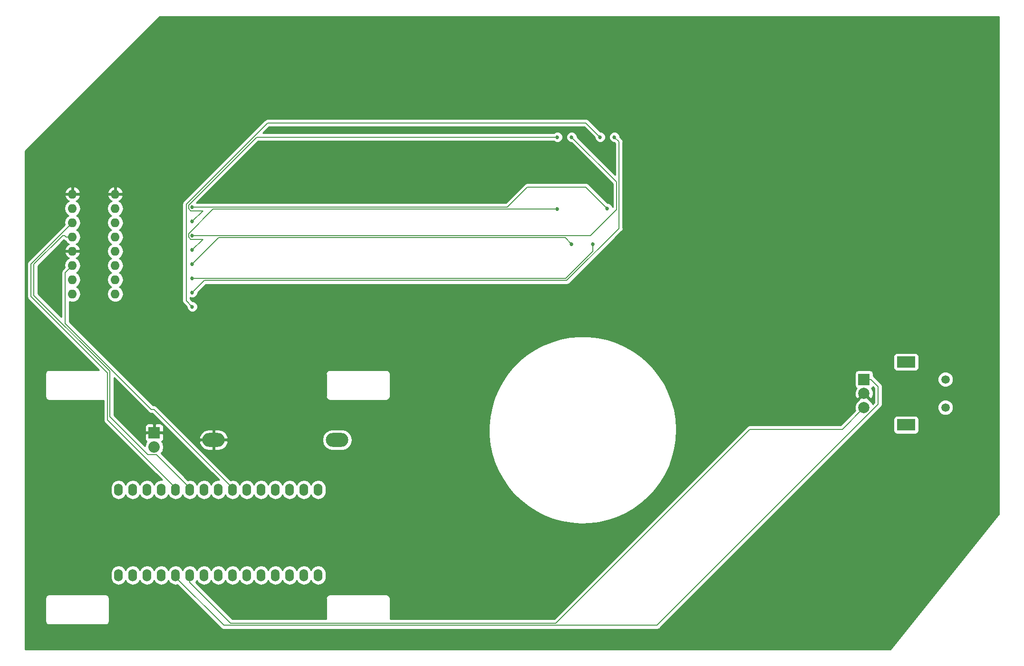
<source format=gbl>
G04 #@! TF.GenerationSoftware,KiCad,Pcbnew,5.0.0-rc2*
G04 #@! TF.CreationDate,2019-03-17T20:22:20-04:00*
G04 #@! TF.ProjectId,pcb,7063622E6B696361645F706362000000,rev?*
G04 #@! TF.SameCoordinates,Original*
G04 #@! TF.FileFunction,Copper,L2,Bot,Signal*
G04 #@! TF.FilePolarity,Positive*
%FSLAX46Y46*%
G04 Gerber Fmt 4.6, Leading zero omitted, Abs format (unit mm)*
G04 Created by KiCad (PCBNEW 5.0.0-rc2) date Sun Mar 17 20:22:20 2019*
%MOMM*%
%LPD*%
G01*
G04 APERTURE LIST*
G04 #@! TA.AperFunction,ComponentPad*
%ADD10O,1.524000X2.199640*%
G04 #@! TD*
G04 #@! TA.AperFunction,ComponentPad*
%ADD11O,1.524000X2.197100*%
G04 #@! TD*
G04 #@! TA.AperFunction,ComponentPad*
%ADD12R,2.032000X2.032000*%
G04 #@! TD*
G04 #@! TA.AperFunction,ComponentPad*
%ADD13O,2.032000X2.032000*%
G04 #@! TD*
G04 #@! TA.AperFunction,ComponentPad*
%ADD14O,1.600000X1.600000*%
G04 #@! TD*
G04 #@! TA.AperFunction,ComponentPad*
%ADD15C,1.500000*%
G04 #@! TD*
G04 #@! TA.AperFunction,ComponentPad*
%ADD16R,3.200000X2.000000*%
G04 #@! TD*
G04 #@! TA.AperFunction,ComponentPad*
%ADD17C,2.000000*%
G04 #@! TD*
G04 #@! TA.AperFunction,ComponentPad*
%ADD18R,2.000000X2.000000*%
G04 #@! TD*
G04 #@! TA.AperFunction,ComponentPad*
%ADD19O,4.000500X2.499360*%
G04 #@! TD*
G04 #@! TA.AperFunction,ViaPad*
%ADD20C,0.685800*%
G04 #@! TD*
G04 #@! TA.AperFunction,Conductor*
%ADD21C,0.152400*%
G04 #@! TD*
G04 #@! TA.AperFunction,Conductor*
%ADD22C,0.254000*%
G04 #@! TD*
G04 APERTURE END LIST*
D10*
G04 #@! TO.P,J1,1*
G04 #@! TO.N,Net-(J1-Pad1)*
X227900000Y-160640000D03*
G04 #@! TO.P,J1,2*
G04 #@! TO.N,Net-(J1-Pad2)*
X225360000Y-160640000D03*
G04 #@! TO.P,J1,3*
G04 #@! TO.N,Net-(J1-Pad3)*
X222820000Y-160640000D03*
G04 #@! TO.P,J1,4*
G04 #@! TO.N,Net-(F1-Pad1)*
X220280000Y-160640000D03*
G04 #@! TO.P,J1,5*
G04 #@! TO.N,Net-(J1-Pad5)*
X217740000Y-160640000D03*
G04 #@! TO.P,J1,6*
G04 #@! TO.N,Net-(J1-Pad6)*
X215200000Y-160640000D03*
G04 #@! TO.P,J1,7*
G04 #@! TO.N,/74HC14*
X212660000Y-160640000D03*
G04 #@! TO.P,J1,8*
G04 #@! TO.N,Net-(J1-Pad8)*
X210120000Y-160640000D03*
G04 #@! TO.P,J1,9*
G04 #@! TO.N,Net-(J1-Pad9)*
X207580000Y-160640000D03*
G04 #@! TO.P,J1,10*
G04 #@! TO.N,/74HC12*
X205040000Y-160640000D03*
G04 #@! TO.P,J1,11*
G04 #@! TO.N,/74HC11*
X202500000Y-160640000D03*
G04 #@! TO.P,J1,12*
G04 #@! TO.N,Net-(J1-Pad12)*
X199960000Y-160640000D03*
G04 #@! TO.P,J1,13*
G04 #@! TO.N,Net-(J1-Pad13)*
X197420000Y-160640000D03*
G04 #@! TO.P,J1,14*
G04 #@! TO.N,Net-(J1-Pad14)*
X194880000Y-160640000D03*
G04 #@! TO.P,J1,15*
G04 #@! TO.N,Net-(J1-Pad15)*
X192340000Y-160640000D03*
G04 #@! TO.P,J1,16*
G04 #@! TO.N,Net-(J1-Pad16)*
X192340000Y-175880000D03*
G04 #@! TO.P,J1,17*
G04 #@! TO.N,/PWR3v3+*
X194880000Y-175880000D03*
G04 #@! TO.P,J1,18*
G04 #@! TO.N,Net-(J1-Pad18)*
X197420000Y-175880000D03*
G04 #@! TO.P,J1,19*
G04 #@! TO.N,Net-(J1-Pad19)*
X199960000Y-175880000D03*
D11*
G04 #@! TO.P,J1,20*
G04 #@! TO.N,/ROT1*
X202500000Y-175880000D03*
G04 #@! TO.P,J1,21*
G04 #@! TO.N,/ROT2*
X205040000Y-175880000D03*
G04 #@! TO.P,J1,22*
G04 #@! TO.N,Net-(J1-Pad22)*
X207580000Y-175880000D03*
G04 #@! TO.P,J1,23*
G04 #@! TO.N,Net-(J1-Pad23)*
X210120000Y-175880000D03*
G04 #@! TO.P,J1,24*
G04 #@! TO.N,Net-(J1-Pad24)*
X212660000Y-175880000D03*
G04 #@! TO.P,J1,25*
G04 #@! TO.N,Net-(J1-Pad25)*
X215200000Y-175880000D03*
G04 #@! TO.P,J1,26*
G04 #@! TO.N,Net-(J1-Pad26)*
X217740000Y-175880000D03*
G04 #@! TO.P,J1,27*
G04 #@! TO.N,/PWR5+*
X220280000Y-175880000D03*
G04 #@! TO.P,J1,28*
G04 #@! TO.N,Net-(J1-Pad28)*
X222820000Y-175880000D03*
G04 #@! TO.P,J1,29*
G04 #@! TO.N,Net-(F1-Pad1)*
X225360000Y-175880000D03*
G04 #@! TO.P,J1,30*
G04 #@! TO.N,Net-(J1-Pad30)*
X227900000Y-175880000D03*
G04 #@! TD*
D12*
G04 #@! TO.P,SW1,1*
G04 #@! TO.N,GND*
X198690000Y-150480000D03*
D13*
G04 #@! TO.P,SW1,2*
G04 #@! TO.N,Net-(J1-Pad12)*
X198690000Y-153020000D03*
G04 #@! TD*
D14*
G04 #@! TO.P,SW2,1*
G04 #@! TO.N,Net-(R3-Pad2)*
X191770000Y-125730000D03*
G04 #@! TO.P,SW2,2*
G04 #@! TO.N,Net-(R4-Pad1)*
X191770000Y-123190000D03*
G04 #@! TO.P,SW2,3*
G04 #@! TO.N,Net-(R5-Pad2)*
X191770000Y-120650000D03*
G04 #@! TO.P,SW2,4*
G04 #@! TO.N,Net-(R6-Pad1)*
X191770000Y-118110000D03*
G04 #@! TO.P,SW2,5*
G04 #@! TO.N,Net-(R7-Pad1)*
X191770000Y-115570000D03*
G04 #@! TO.P,SW2,6*
G04 #@! TO.N,Net-(R8-Pad2)*
X191770000Y-113030000D03*
G04 #@! TO.P,SW2,7*
G04 #@! TO.N,Net-(R9-Pad1)*
X191770000Y-110490000D03*
G04 #@! TO.P,SW2,8*
G04 #@! TO.N,GND*
X191770000Y-107950000D03*
G04 #@! TO.P,SW2,9*
X184150000Y-107950000D03*
G04 #@! TO.P,SW2,10*
G04 #@! TO.N,/PWR5+*
X184150000Y-110490000D03*
G04 #@! TO.P,SW2,11*
G04 #@! TO.N,/74HC11*
X184150000Y-113030000D03*
G04 #@! TO.P,SW2,12*
G04 #@! TO.N,/74HC12*
X184150000Y-115570000D03*
G04 #@! TO.P,SW2,13*
G04 #@! TO.N,GND*
X184150000Y-118110000D03*
G04 #@! TO.P,SW2,14*
G04 #@! TO.N,/74HC14*
X184150000Y-120650000D03*
G04 #@! TO.P,SW2,15*
G04 #@! TO.N,Net-(R2-Pad1)*
X184150000Y-123190000D03*
G04 #@! TO.P,SW2,16*
G04 #@! TO.N,/PWR5+*
X184150000Y-125730000D03*
G04 #@! TD*
D15*
G04 #@! TO.P,SW3,*
G04 #@! TO.N,*
X339620000Y-145970000D03*
X339620000Y-140970000D03*
D16*
G04 #@! TO.P,SW3,MP*
G04 #@! TO.N,N/C*
X332620000Y-149070000D03*
X332620000Y-137870000D03*
D17*
G04 #@! TO.P,SW3,B*
G04 #@! TO.N,/ROT2*
X325120000Y-145970000D03*
G04 #@! TO.P,SW3,C*
G04 #@! TO.N,GND*
X325120000Y-143470000D03*
D18*
G04 #@! TO.P,SW3,A*
G04 #@! TO.N,/ROT1*
X325120000Y-140970000D03*
G04 #@! TD*
D19*
G04 #@! TO.P,F1,2*
G04 #@! TO.N,GND*
X209279260Y-151750000D03*
G04 #@! TO.P,F1,1*
G04 #@! TO.N,Net-(F1-Pad1)*
X231280740Y-151750000D03*
G04 #@! TD*
D20*
G04 #@! TO.N,/7seg2*
X205486000Y-120396000D03*
X273050000Y-116840000D03*
G04 #@! TO.N,/7seg1*
X205486000Y-117856000D03*
X270510000Y-110642410D03*
G04 #@! TO.N,/7seg4*
X205486000Y-122936000D03*
X276860000Y-116840000D03*
G04 #@! TO.N,/7seg5*
X205486000Y-110236000D03*
X279400000Y-110490000D03*
G04 #@! TO.N,/7seg6*
X205486000Y-125476000D03*
X280670000Y-97790000D03*
G04 #@! TO.N,/7seg7*
X205486000Y-128016000D03*
X278130000Y-97790000D03*
G04 #@! TO.N,/7seg9*
X205486000Y-115316000D03*
X273050000Y-97790000D03*
G04 #@! TO.N,/7seg10*
X205486000Y-112776000D03*
X270510000Y-97790000D03*
G04 #@! TD*
D21*
G04 #@! TO.N,/74HC14*
X212660000Y-160302180D02*
X198661820Y-146304000D01*
X212660000Y-160640000D02*
X212660000Y-160302180D01*
X198186750Y-146304000D02*
X182880000Y-130997250D01*
X198661820Y-146304000D02*
X198186750Y-146304000D01*
X182880000Y-121920000D02*
X184150000Y-120650000D01*
X182880000Y-130997250D02*
X182880000Y-121920000D01*
G04 #@! TO.N,/74HC12*
X182880000Y-115431370D02*
X183018630Y-115570000D01*
X205040000Y-160640000D02*
X205040000Y-160302180D01*
X190812820Y-139504820D02*
X177292000Y-125984000D01*
X205040000Y-160302180D02*
X199104021Y-154366201D01*
X182880000Y-115316000D02*
X182880000Y-115431370D01*
X183018630Y-115570000D02*
X184150000Y-115570000D01*
X199104021Y-154366201D02*
X197546201Y-154366201D01*
X197546201Y-154366201D02*
X190812820Y-147632820D01*
X190812820Y-147632820D02*
X190812820Y-139504820D01*
X177292000Y-125984000D02*
X177292000Y-120462750D01*
X182438750Y-115316000D02*
X182880000Y-115316000D01*
X177292000Y-120462750D02*
X182438750Y-115316000D01*
G04 #@! TO.N,/74HC11*
X190406410Y-148208590D02*
X190406410Y-139831660D01*
X202500000Y-160302180D02*
X190406410Y-148208590D01*
X202500000Y-160640000D02*
X202500000Y-160302180D01*
X184150000Y-113030000D02*
X176784000Y-120396000D01*
X176784000Y-120396000D02*
X176784000Y-126209250D01*
X180848000Y-130273250D02*
X180574750Y-130000000D01*
X176784000Y-126209250D02*
X180848000Y-130273250D01*
X190406410Y-139831660D02*
X180848000Y-130273250D01*
G04 #@! TO.N,/ROT1*
X211096269Y-184812819D02*
X288245879Y-184812819D01*
X288245879Y-184812819D02*
X327660000Y-145398698D01*
X202500000Y-176216550D02*
X211096269Y-184812819D01*
X202500000Y-175880000D02*
X202500000Y-176216550D01*
X327660000Y-145398698D02*
X327660000Y-142240000D01*
X326390000Y-140970000D02*
X325120000Y-140970000D01*
X327660000Y-142240000D02*
X326390000Y-140970000D01*
G04 #@! TO.N,/ROT2*
X212315460Y-184406410D02*
X270253590Y-184406410D01*
X205040000Y-177130950D02*
X212315460Y-184406410D01*
X205040000Y-175880000D02*
X205040000Y-177130950D01*
X270253590Y-184406410D02*
X304800000Y-149860000D01*
X321230000Y-149860000D02*
X325120000Y-145970000D01*
X304800000Y-149860000D02*
X321230000Y-149860000D01*
G04 #@! TO.N,/7seg2*
X210159590Y-115722410D02*
X271932410Y-115722410D01*
X205486000Y-120396000D02*
X210159590Y-115722410D01*
X271932410Y-115722410D02*
X273050000Y-116840000D01*
X273050000Y-116840000D02*
X273050000Y-116840000D01*
G04 #@! TO.N,/7seg1*
X204812899Y-115639089D02*
X204812899Y-114992911D01*
X204812899Y-114992911D02*
X209163400Y-110642410D01*
X205162911Y-115989101D02*
X204812899Y-115639089D01*
X207352899Y-115989101D02*
X205162911Y-115989101D01*
X205486000Y-117856000D02*
X207352899Y-115989101D01*
X209163400Y-110642410D02*
X270510000Y-110642410D01*
X270510000Y-110642410D02*
X270510000Y-110642410D01*
G04 #@! TO.N,/7seg4*
X205486000Y-122936000D02*
X272034000Y-122936000D01*
X276860000Y-116840000D02*
X276860000Y-116840000D01*
X272034000Y-122936000D02*
X276860000Y-118110000D01*
X276860000Y-116840000D02*
X276860000Y-118110000D01*
G04 #@! TO.N,/7seg5*
X274320000Y-106680000D02*
X265176000Y-106680000D01*
X265176000Y-106680000D02*
X261620000Y-110236000D01*
X205486000Y-110236000D02*
X261620000Y-110236000D01*
X274320000Y-106680000D02*
X275590000Y-106680000D01*
X275590000Y-106680000D02*
X279400000Y-110490000D01*
X279400000Y-110490000D02*
X279400000Y-110490000D01*
G04 #@! TO.N,/7seg6*
X281482818Y-114061932D02*
X281482818Y-98602818D01*
X272202341Y-123342409D02*
X281482818Y-114061932D01*
X207619590Y-123342410D02*
X272202341Y-123342409D01*
X205486000Y-125476000D02*
X207619590Y-123342410D01*
X281482818Y-98602818D02*
X280670000Y-97790000D01*
X280670000Y-97790000D02*
X280670000Y-97790000D01*
G04 #@! TO.N,/7seg7*
X204406490Y-109744570D02*
X218901060Y-95250000D01*
X204406489Y-126936489D02*
X204406490Y-109744570D01*
X205486000Y-128016000D02*
X204406489Y-126936489D01*
X218901060Y-95250000D02*
X275590000Y-95250000D01*
X275590000Y-95250000D02*
X278130000Y-97790000D01*
X278130000Y-97790000D02*
X278130000Y-97790000D01*
G04 #@! TO.N,/7seg9*
X281076409Y-110658341D02*
X281076409Y-105816409D01*
X276418750Y-115316000D02*
X281076409Y-110658341D01*
X205486000Y-115316000D02*
X276418750Y-115316000D01*
X281076409Y-105816409D02*
X273050000Y-97790000D01*
X273050000Y-97790000D02*
X273050000Y-97790000D01*
G04 #@! TO.N,/7seg10*
X204812899Y-109912911D02*
X216935810Y-97790000D01*
X204812899Y-110559089D02*
X204812899Y-109912911D01*
X205162911Y-110909101D02*
X204812899Y-110559089D01*
X207352899Y-110909101D02*
X205162911Y-110909101D01*
X205486000Y-112776000D02*
X207352899Y-110909101D01*
X216935810Y-97790000D02*
X270510000Y-97790000D01*
X270510000Y-97790000D02*
X270510000Y-97790000D01*
G04 #@! TD*
D22*
G04 #@! TO.N,GND*
G36*
X349123000Y-164957775D02*
X329806820Y-189103000D01*
X175711200Y-189103000D01*
X175711200Y-180000000D01*
X179274867Y-180000000D01*
X179288800Y-180070047D01*
X179288801Y-183929949D01*
X179274867Y-184000000D01*
X179330064Y-184277496D01*
X179487254Y-184512746D01*
X179722504Y-184669936D01*
X179929954Y-184711200D01*
X180000000Y-184725133D01*
X180070045Y-184711200D01*
X189929955Y-184711200D01*
X190000000Y-184725133D01*
X190070046Y-184711200D01*
X190277496Y-184669936D01*
X190512746Y-184512746D01*
X190669936Y-184277496D01*
X190725133Y-184000000D01*
X190711199Y-183929949D01*
X190711200Y-180070047D01*
X190725133Y-180000000D01*
X190669936Y-179722504D01*
X190512746Y-179487254D01*
X190277496Y-179330064D01*
X190070046Y-179288800D01*
X190070045Y-179288800D01*
X190000000Y-179274867D01*
X189929954Y-179288800D01*
X180070046Y-179288800D01*
X180000000Y-179274867D01*
X179929955Y-179288800D01*
X179929954Y-179288800D01*
X179722504Y-179330064D01*
X179487254Y-179487254D01*
X179330064Y-179722504D01*
X179274867Y-180000000D01*
X175711200Y-180000000D01*
X175711200Y-176355407D01*
X190943000Y-176355407D01*
X191024056Y-176762901D01*
X191332820Y-177224999D01*
X191794918Y-177533763D01*
X192340000Y-177642188D01*
X192885081Y-177533764D01*
X193347179Y-177225000D01*
X193610000Y-176831661D01*
X193872820Y-177224999D01*
X194334918Y-177533763D01*
X194880000Y-177642188D01*
X195425081Y-177533764D01*
X195887179Y-177225000D01*
X196150000Y-176831661D01*
X196412820Y-177224999D01*
X196874918Y-177533763D01*
X197420000Y-177642188D01*
X197965081Y-177533764D01*
X198427179Y-177225000D01*
X198690000Y-176831661D01*
X198952820Y-177224999D01*
X199414918Y-177533763D01*
X199960000Y-177642188D01*
X200505081Y-177533764D01*
X200967179Y-177225000D01*
X201230424Y-176831026D01*
X201492820Y-177223729D01*
X201954918Y-177532493D01*
X202500000Y-177640918D01*
X202849133Y-177571471D01*
X210543847Y-185266186D01*
X210583523Y-185325565D01*
X210642902Y-185365241D01*
X210642904Y-185365243D01*
X210818771Y-185482754D01*
X210818772Y-185482754D01*
X210818773Y-185482755D01*
X211026223Y-185524019D01*
X211026226Y-185524019D01*
X211096268Y-185537951D01*
X211166310Y-185524019D01*
X288175838Y-185524019D01*
X288245879Y-185537951D01*
X288315920Y-185524019D01*
X288315925Y-185524019D01*
X288523375Y-185482755D01*
X288758625Y-185325565D01*
X288798303Y-185266183D01*
X325994486Y-148070000D01*
X330372560Y-148070000D01*
X330372560Y-150070000D01*
X330421843Y-150317765D01*
X330562191Y-150527809D01*
X330772235Y-150668157D01*
X331020000Y-150717440D01*
X334220000Y-150717440D01*
X334467765Y-150668157D01*
X334677809Y-150527809D01*
X334818157Y-150317765D01*
X334867440Y-150070000D01*
X334867440Y-148070000D01*
X334818157Y-147822235D01*
X334677809Y-147612191D01*
X334467765Y-147471843D01*
X334220000Y-147422560D01*
X331020000Y-147422560D01*
X330772235Y-147471843D01*
X330562191Y-147612191D01*
X330421843Y-147822235D01*
X330372560Y-148070000D01*
X325994486Y-148070000D01*
X328113369Y-145951118D01*
X328172745Y-145911444D01*
X328212419Y-145852068D01*
X328212424Y-145852063D01*
X328317700Y-145694506D01*
X338235000Y-145694506D01*
X338235000Y-146245494D01*
X338445853Y-146754540D01*
X338835460Y-147144147D01*
X339344506Y-147355000D01*
X339895494Y-147355000D01*
X340404540Y-147144147D01*
X340794147Y-146754540D01*
X341005000Y-146245494D01*
X341005000Y-145694506D01*
X340794147Y-145185460D01*
X340404540Y-144795853D01*
X339895494Y-144585000D01*
X339344506Y-144585000D01*
X338835460Y-144795853D01*
X338445853Y-145185460D01*
X338235000Y-145694506D01*
X328317700Y-145694506D01*
X328329935Y-145676196D01*
X328385132Y-145398699D01*
X328371199Y-145328653D01*
X328371200Y-142310041D01*
X328385132Y-142239999D01*
X328371200Y-142169954D01*
X328329936Y-141962505D01*
X328329935Y-141962504D01*
X328329935Y-141962502D01*
X328212424Y-141786635D01*
X328212420Y-141786631D01*
X328172746Y-141727255D01*
X328113370Y-141687581D01*
X327120295Y-140694506D01*
X338235000Y-140694506D01*
X338235000Y-141245494D01*
X338445853Y-141754540D01*
X338835460Y-142144147D01*
X339344506Y-142355000D01*
X339895494Y-142355000D01*
X340404540Y-142144147D01*
X340794147Y-141754540D01*
X341005000Y-141245494D01*
X341005000Y-140694506D01*
X340794147Y-140185460D01*
X340404540Y-139795853D01*
X339895494Y-139585000D01*
X339344506Y-139585000D01*
X338835460Y-139795853D01*
X338445853Y-140185460D01*
X338235000Y-140694506D01*
X327120295Y-140694506D01*
X326942424Y-140516636D01*
X326902746Y-140457254D01*
X326767440Y-140366845D01*
X326767440Y-139970000D01*
X326718157Y-139722235D01*
X326577809Y-139512191D01*
X326367765Y-139371843D01*
X326120000Y-139322560D01*
X324120000Y-139322560D01*
X323872235Y-139371843D01*
X323662191Y-139512191D01*
X323521843Y-139722235D01*
X323472560Y-139970000D01*
X323472560Y-141970000D01*
X323521843Y-142217765D01*
X323662191Y-142427809D01*
X323837671Y-142545062D01*
X323700613Y-142595736D01*
X323474092Y-143205461D01*
X323498144Y-143855460D01*
X323700613Y-144344264D01*
X323967468Y-144442927D01*
X324940395Y-143470000D01*
X324926253Y-143455858D01*
X325105858Y-143276253D01*
X325120000Y-143290395D01*
X325134143Y-143276253D01*
X325313748Y-143455858D01*
X325299605Y-143470000D01*
X326272532Y-144442927D01*
X326539387Y-144344264D01*
X326765908Y-143734539D01*
X326741856Y-143084540D01*
X326539387Y-142595736D01*
X326402329Y-142545062D01*
X326577809Y-142427809D01*
X326683638Y-142269426D01*
X326948801Y-142534590D01*
X326948800Y-145104109D01*
X326653404Y-145399505D01*
X326506086Y-145043847D01*
X326090725Y-144628486D01*
X326092927Y-144622532D01*
X325120000Y-143649605D01*
X324147073Y-144622532D01*
X324149275Y-144628486D01*
X323733914Y-145043847D01*
X323485000Y-145644778D01*
X323485000Y-146295222D01*
X323574036Y-146510175D01*
X320935412Y-149148800D01*
X304870042Y-149148800D01*
X304800000Y-149134868D01*
X304729958Y-149148800D01*
X304729954Y-149148800D01*
X304522504Y-149190064D01*
X304522502Y-149190065D01*
X304522503Y-149190065D01*
X304346635Y-149307576D01*
X304346633Y-149307578D01*
X304287254Y-149347254D01*
X304247578Y-149406633D01*
X269959002Y-183695210D01*
X240711199Y-183695210D01*
X240711200Y-180070047D01*
X240725133Y-180000000D01*
X240669936Y-179722504D01*
X240512746Y-179487254D01*
X240277496Y-179330064D01*
X240070046Y-179288800D01*
X240070045Y-179288800D01*
X240000000Y-179274867D01*
X239929954Y-179288800D01*
X230070046Y-179288800D01*
X230000000Y-179274867D01*
X229929955Y-179288800D01*
X229929954Y-179288800D01*
X229722504Y-179330064D01*
X229487254Y-179487254D01*
X229330064Y-179722504D01*
X229274867Y-180000000D01*
X229288800Y-180070047D01*
X229288801Y-183695210D01*
X212610049Y-183695210D01*
X206083784Y-177168946D01*
X206310000Y-176830391D01*
X206572820Y-177223729D01*
X207034918Y-177532493D01*
X207580000Y-177640918D01*
X208125081Y-177532494D01*
X208587179Y-177223730D01*
X208850000Y-176830391D01*
X209112820Y-177223729D01*
X209574918Y-177532493D01*
X210120000Y-177640918D01*
X210665081Y-177532494D01*
X211127179Y-177223730D01*
X211390000Y-176830391D01*
X211652820Y-177223729D01*
X212114918Y-177532493D01*
X212660000Y-177640918D01*
X213205081Y-177532494D01*
X213667179Y-177223730D01*
X213930000Y-176830391D01*
X214192820Y-177223729D01*
X214654918Y-177532493D01*
X215200000Y-177640918D01*
X215745081Y-177532494D01*
X216207179Y-177223730D01*
X216470000Y-176830391D01*
X216732820Y-177223729D01*
X217194918Y-177532493D01*
X217740000Y-177640918D01*
X218285081Y-177532494D01*
X218747179Y-177223730D01*
X219010000Y-176830391D01*
X219272820Y-177223729D01*
X219734918Y-177532493D01*
X220280000Y-177640918D01*
X220825081Y-177532494D01*
X221287179Y-177223730D01*
X221550000Y-176830391D01*
X221812820Y-177223729D01*
X222274918Y-177532493D01*
X222820000Y-177640918D01*
X223365081Y-177532494D01*
X223827179Y-177223730D01*
X224090000Y-176830391D01*
X224352820Y-177223729D01*
X224814918Y-177532493D01*
X225360000Y-177640918D01*
X225905081Y-177532494D01*
X226367179Y-177223730D01*
X226630000Y-176830391D01*
X226892820Y-177223729D01*
X227354918Y-177532493D01*
X227900000Y-177640918D01*
X228445081Y-177532494D01*
X228907179Y-177223730D01*
X229215943Y-176761632D01*
X229296999Y-176354138D01*
X229297000Y-175405863D01*
X229215944Y-174998369D01*
X228907180Y-174536271D01*
X228445082Y-174227507D01*
X227900000Y-174119082D01*
X227354919Y-174227506D01*
X226892821Y-174536270D01*
X226630000Y-174929609D01*
X226367180Y-174536271D01*
X225905082Y-174227507D01*
X225360000Y-174119082D01*
X224814919Y-174227506D01*
X224352821Y-174536270D01*
X224090000Y-174929609D01*
X223827180Y-174536271D01*
X223365082Y-174227507D01*
X222820000Y-174119082D01*
X222274919Y-174227506D01*
X221812821Y-174536270D01*
X221550000Y-174929609D01*
X221287180Y-174536271D01*
X220825082Y-174227507D01*
X220280000Y-174119082D01*
X219734919Y-174227506D01*
X219272821Y-174536270D01*
X219010000Y-174929609D01*
X218747180Y-174536271D01*
X218285082Y-174227507D01*
X217740000Y-174119082D01*
X217194919Y-174227506D01*
X216732821Y-174536270D01*
X216470000Y-174929609D01*
X216207180Y-174536271D01*
X215745082Y-174227507D01*
X215200000Y-174119082D01*
X214654919Y-174227506D01*
X214192821Y-174536270D01*
X213930000Y-174929609D01*
X213667180Y-174536271D01*
X213205082Y-174227507D01*
X212660000Y-174119082D01*
X212114919Y-174227506D01*
X211652821Y-174536270D01*
X211390000Y-174929609D01*
X211127180Y-174536271D01*
X210665082Y-174227507D01*
X210120000Y-174119082D01*
X209574919Y-174227506D01*
X209112821Y-174536270D01*
X208850000Y-174929609D01*
X208587180Y-174536271D01*
X208125082Y-174227507D01*
X207580000Y-174119082D01*
X207034919Y-174227506D01*
X206572821Y-174536270D01*
X206310000Y-174929609D01*
X206047180Y-174536271D01*
X205585082Y-174227507D01*
X205040000Y-174119082D01*
X204494919Y-174227506D01*
X204032821Y-174536270D01*
X203770000Y-174929609D01*
X203507180Y-174536271D01*
X203045082Y-174227507D01*
X202500000Y-174119082D01*
X201954919Y-174227506D01*
X201492821Y-174536270D01*
X201230424Y-174928974D01*
X200967180Y-174535001D01*
X200505082Y-174226237D01*
X199960000Y-174117812D01*
X199414919Y-174226236D01*
X198952821Y-174535000D01*
X198690000Y-174928339D01*
X198427180Y-174535001D01*
X197965082Y-174226237D01*
X197420000Y-174117812D01*
X196874919Y-174226236D01*
X196412821Y-174535000D01*
X196150000Y-174928339D01*
X195887180Y-174535001D01*
X195425082Y-174226237D01*
X194880000Y-174117812D01*
X194334919Y-174226236D01*
X193872821Y-174535000D01*
X193610000Y-174928339D01*
X193347180Y-174535001D01*
X192885082Y-174226237D01*
X192340000Y-174117812D01*
X191794919Y-174226236D01*
X191332821Y-174535000D01*
X191024057Y-174997098D01*
X190943001Y-175404592D01*
X190943000Y-176355407D01*
X175711200Y-176355407D01*
X175711200Y-120396000D01*
X176058868Y-120396000D01*
X176072800Y-120466042D01*
X176072801Y-126139204D01*
X176058868Y-126209250D01*
X176114065Y-126486746D01*
X176231576Y-126662614D01*
X176231579Y-126662617D01*
X176271255Y-126721996D01*
X176330634Y-126761672D01*
X180394635Y-130825674D01*
X180394638Y-130825676D01*
X188857761Y-139288800D01*
X180070046Y-139288800D01*
X180000000Y-139274867D01*
X179929955Y-139288800D01*
X179929954Y-139288800D01*
X179722504Y-139330064D01*
X179487254Y-139487254D01*
X179330064Y-139722504D01*
X179274867Y-140000000D01*
X179288800Y-140070047D01*
X179288801Y-143929949D01*
X179274867Y-144000000D01*
X179330064Y-144277496D01*
X179487254Y-144512746D01*
X179722504Y-144669936D01*
X179929954Y-144711200D01*
X180000000Y-144725133D01*
X180070045Y-144711200D01*
X189695210Y-144711200D01*
X189695210Y-148138549D01*
X189681278Y-148208590D01*
X189695210Y-148278631D01*
X189695210Y-148278635D01*
X189736474Y-148486085D01*
X189736475Y-148486086D01*
X189853986Y-148661954D01*
X189853988Y-148661956D01*
X189893664Y-148721335D01*
X189953043Y-148761011D01*
X200097118Y-158905087D01*
X199960000Y-158877812D01*
X199414919Y-158986236D01*
X198952821Y-159295000D01*
X198690000Y-159688339D01*
X198427180Y-159295001D01*
X197965082Y-158986237D01*
X197420000Y-158877812D01*
X196874919Y-158986236D01*
X196412821Y-159295000D01*
X196150000Y-159688339D01*
X195887180Y-159295001D01*
X195425082Y-158986237D01*
X194880000Y-158877812D01*
X194334919Y-158986236D01*
X193872821Y-159295000D01*
X193610000Y-159688339D01*
X193347180Y-159295001D01*
X192885082Y-158986237D01*
X192340000Y-158877812D01*
X191794919Y-158986236D01*
X191332821Y-159295000D01*
X191024057Y-159757098D01*
X190943001Y-160164592D01*
X190943000Y-161115407D01*
X191024056Y-161522901D01*
X191332820Y-161984999D01*
X191794918Y-162293763D01*
X192340000Y-162402188D01*
X192885081Y-162293764D01*
X193347179Y-161985000D01*
X193610000Y-161591661D01*
X193872820Y-161984999D01*
X194334918Y-162293763D01*
X194880000Y-162402188D01*
X195425081Y-162293764D01*
X195887179Y-161985000D01*
X196150000Y-161591661D01*
X196412820Y-161984999D01*
X196874918Y-162293763D01*
X197420000Y-162402188D01*
X197965081Y-162293764D01*
X198427179Y-161985000D01*
X198690000Y-161591661D01*
X198952820Y-161984999D01*
X199414918Y-162293763D01*
X199960000Y-162402188D01*
X200505081Y-162293764D01*
X200967179Y-161985000D01*
X201230000Y-161591661D01*
X201492820Y-161984999D01*
X201954918Y-162293763D01*
X202500000Y-162402188D01*
X203045081Y-162293764D01*
X203507179Y-161985000D01*
X203770000Y-161591661D01*
X204032820Y-161984999D01*
X204494918Y-162293763D01*
X205040000Y-162402188D01*
X205585081Y-162293764D01*
X206047179Y-161985000D01*
X206310000Y-161591661D01*
X206572820Y-161984999D01*
X207034918Y-162293763D01*
X207580000Y-162402188D01*
X208125081Y-162293764D01*
X208587179Y-161985000D01*
X208850000Y-161591661D01*
X209112820Y-161984999D01*
X209574918Y-162293763D01*
X210120000Y-162402188D01*
X210665081Y-162293764D01*
X211127179Y-161985000D01*
X211390000Y-161591661D01*
X211652820Y-161984999D01*
X212114918Y-162293763D01*
X212660000Y-162402188D01*
X213205081Y-162293764D01*
X213667179Y-161985000D01*
X213930000Y-161591661D01*
X214192820Y-161984999D01*
X214654918Y-162293763D01*
X215200000Y-162402188D01*
X215745081Y-162293764D01*
X216207179Y-161985000D01*
X216470000Y-161591661D01*
X216732820Y-161984999D01*
X217194918Y-162293763D01*
X217740000Y-162402188D01*
X218285081Y-162293764D01*
X218747179Y-161985000D01*
X219010000Y-161591661D01*
X219272820Y-161984999D01*
X219734918Y-162293763D01*
X220280000Y-162402188D01*
X220825081Y-162293764D01*
X221287179Y-161985000D01*
X221550000Y-161591661D01*
X221812820Y-161984999D01*
X222274918Y-162293763D01*
X222820000Y-162402188D01*
X223365081Y-162293764D01*
X223827179Y-161985000D01*
X224090000Y-161591661D01*
X224352820Y-161984999D01*
X224814918Y-162293763D01*
X225360000Y-162402188D01*
X225905081Y-162293764D01*
X226367179Y-161985000D01*
X226630000Y-161591661D01*
X226892820Y-161984999D01*
X227354918Y-162293763D01*
X227900000Y-162402188D01*
X228445081Y-162293764D01*
X228907179Y-161985000D01*
X229215943Y-161522902D01*
X229296999Y-161115408D01*
X229297000Y-160164593D01*
X229215944Y-159757099D01*
X228907180Y-159295001D01*
X228445082Y-158986237D01*
X227900000Y-158877812D01*
X227354919Y-158986236D01*
X226892821Y-159295000D01*
X226630000Y-159688339D01*
X226367180Y-159295001D01*
X225905082Y-158986237D01*
X225360000Y-158877812D01*
X224814919Y-158986236D01*
X224352821Y-159295000D01*
X224090000Y-159688339D01*
X223827180Y-159295001D01*
X223365082Y-158986237D01*
X222820000Y-158877812D01*
X222274919Y-158986236D01*
X221812821Y-159295000D01*
X221550000Y-159688339D01*
X221287180Y-159295001D01*
X220825082Y-158986237D01*
X220280000Y-158877812D01*
X219734919Y-158986236D01*
X219272821Y-159295000D01*
X219010000Y-159688339D01*
X218747180Y-159295001D01*
X218285082Y-158986237D01*
X217740000Y-158877812D01*
X217194919Y-158986236D01*
X216732821Y-159295000D01*
X216470000Y-159688339D01*
X216207180Y-159295001D01*
X215745082Y-158986237D01*
X215200000Y-158877812D01*
X214654919Y-158986236D01*
X214192821Y-159295000D01*
X213930000Y-159688339D01*
X213667180Y-159295001D01*
X213205082Y-158986237D01*
X212660000Y-158877812D01*
X212310868Y-158947259D01*
X205533204Y-152169595D01*
X206691312Y-152169595D01*
X206738872Y-152353903D01*
X207106217Y-152992867D01*
X207690121Y-153442616D01*
X208401690Y-153634680D01*
X209152260Y-153634680D01*
X209152260Y-151877000D01*
X209406260Y-151877000D01*
X209406260Y-153634680D01*
X210156830Y-153634680D01*
X210868399Y-153442616D01*
X211452303Y-152992867D01*
X211819648Y-152353903D01*
X211867208Y-152169595D01*
X211751081Y-151877000D01*
X209406260Y-151877000D01*
X209152260Y-151877000D01*
X206807439Y-151877000D01*
X206691312Y-152169595D01*
X205533204Y-152169595D01*
X205113609Y-151750000D01*
X228608567Y-151750000D01*
X228754840Y-152485366D01*
X229171391Y-153108779D01*
X229794804Y-153525330D01*
X230344545Y-153634680D01*
X232216935Y-153634680D01*
X232766676Y-153525330D01*
X233390089Y-153108779D01*
X233806640Y-152485366D01*
X233952913Y-151750000D01*
X233806640Y-151014634D01*
X233390089Y-150391221D01*
X232766676Y-149974670D01*
X232216935Y-149865320D01*
X230344545Y-149865320D01*
X229794804Y-149974670D01*
X229171391Y-150391221D01*
X228754840Y-151014634D01*
X228608567Y-151750000D01*
X205113609Y-151750000D01*
X204694014Y-151330405D01*
X206691312Y-151330405D01*
X206807439Y-151623000D01*
X209152260Y-151623000D01*
X209152260Y-149865320D01*
X209406260Y-149865320D01*
X209406260Y-151623000D01*
X211751081Y-151623000D01*
X211867208Y-151330405D01*
X211819648Y-151146097D01*
X211452303Y-150507133D01*
X210868399Y-150057384D01*
X210156830Y-149865320D01*
X209406260Y-149865320D01*
X209152260Y-149865320D01*
X208401690Y-149865320D01*
X207690121Y-150057384D01*
X207106217Y-150507133D01*
X206738872Y-151146097D01*
X206691312Y-151330405D01*
X204694014Y-151330405D01*
X202662979Y-149299370D01*
X258283476Y-149299370D01*
X258296543Y-150963115D01*
X258474789Y-152617336D01*
X258816450Y-154245675D01*
X259318148Y-155832029D01*
X259974921Y-157360710D01*
X260780275Y-158816603D01*
X261726247Y-160185309D01*
X262803480Y-161453295D01*
X264001323Y-162608020D01*
X265307931Y-163638066D01*
X266710382Y-164533248D01*
X268194808Y-165284712D01*
X269746529Y-165885028D01*
X271350202Y-166328259D01*
X272989967Y-166610022D01*
X274649608Y-166727531D01*
X276312715Y-166679623D01*
X277962840Y-166466774D01*
X279583666Y-166091086D01*
X281159166Y-165556276D01*
X282673757Y-164867633D01*
X284112465Y-164031965D01*
X285461060Y-163057537D01*
X286706207Y-161953985D01*
X287835594Y-160732222D01*
X288838051Y-159404329D01*
X289703665Y-157983439D01*
X290423877Y-156483601D01*
X290991564Y-154919647D01*
X291401113Y-153307044D01*
X291648474Y-151661739D01*
X291731200Y-150000000D01*
X291729136Y-149737198D01*
X291620318Y-148076964D01*
X291347145Y-146435746D01*
X290912317Y-144829775D01*
X290320134Y-143274931D01*
X289576453Y-141786591D01*
X288688627Y-140379472D01*
X287665436Y-139067489D01*
X286516998Y-137863616D01*
X285359772Y-136870000D01*
X330372560Y-136870000D01*
X330372560Y-138870000D01*
X330421843Y-139117765D01*
X330562191Y-139327809D01*
X330772235Y-139468157D01*
X331020000Y-139517440D01*
X334220000Y-139517440D01*
X334467765Y-139468157D01*
X334677809Y-139327809D01*
X334818157Y-139117765D01*
X334867440Y-138870000D01*
X334867440Y-136870000D01*
X334818157Y-136622235D01*
X334677809Y-136412191D01*
X334467765Y-136271843D01*
X334220000Y-136222560D01*
X331020000Y-136222560D01*
X330772235Y-136271843D01*
X330562191Y-136412191D01*
X330421843Y-136622235D01*
X330372560Y-136870000D01*
X285359772Y-136870000D01*
X285254670Y-136779758D01*
X283890936Y-135826634D01*
X282439280Y-135013667D01*
X280914058Y-134348899D01*
X279330353Y-133838902D01*
X277703826Y-133488720D01*
X276050561Y-133301815D01*
X274386907Y-133280037D01*
X272729316Y-133423600D01*
X271094179Y-133731084D01*
X269497666Y-134199450D01*
X267955566Y-134824065D01*
X266483126Y-135598753D01*
X265094909Y-136515853D01*
X263804642Y-137566295D01*
X262625084Y-138739693D01*
X261567900Y-140024442D01*
X260643544Y-141407839D01*
X259861158Y-142876202D01*
X259228477Y-144415011D01*
X258751758Y-146009049D01*
X258435716Y-147642553D01*
X258283476Y-149299370D01*
X202662979Y-149299370D01*
X199214243Y-145850635D01*
X199174566Y-145791254D01*
X198939316Y-145634064D01*
X198731866Y-145592800D01*
X198731861Y-145592800D01*
X198661820Y-145578868D01*
X198591779Y-145592800D01*
X198481339Y-145592800D01*
X192888539Y-140000000D01*
X229274867Y-140000000D01*
X229288800Y-140070047D01*
X229288801Y-143929949D01*
X229274867Y-144000000D01*
X229330064Y-144277496D01*
X229487254Y-144512746D01*
X229722504Y-144669936D01*
X229929954Y-144711200D01*
X230000000Y-144725133D01*
X230070045Y-144711200D01*
X239929955Y-144711200D01*
X240000000Y-144725133D01*
X240070046Y-144711200D01*
X240277496Y-144669936D01*
X240512746Y-144512746D01*
X240669936Y-144277496D01*
X240725133Y-144000000D01*
X240711199Y-143929949D01*
X240711200Y-140070047D01*
X240725133Y-140000000D01*
X240669936Y-139722504D01*
X240512746Y-139487254D01*
X240277496Y-139330064D01*
X240070046Y-139288800D01*
X240070045Y-139288800D01*
X240000000Y-139274867D01*
X239929954Y-139288800D01*
X230070046Y-139288800D01*
X230000000Y-139274867D01*
X229929955Y-139288800D01*
X229929954Y-139288800D01*
X229722504Y-139330064D01*
X229487254Y-139487254D01*
X229330064Y-139722504D01*
X229274867Y-140000000D01*
X192888539Y-140000000D01*
X183591199Y-130702661D01*
X183591199Y-127081960D01*
X184008667Y-127165000D01*
X184291333Y-127165000D01*
X184709909Y-127081740D01*
X185184577Y-126764577D01*
X185501740Y-126289909D01*
X185613113Y-125730000D01*
X185501740Y-125170091D01*
X185184577Y-124695423D01*
X184832242Y-124460000D01*
X185184577Y-124224577D01*
X185501740Y-123749909D01*
X185613113Y-123190000D01*
X185501740Y-122630091D01*
X185184577Y-122155423D01*
X184832242Y-121920000D01*
X185184577Y-121684577D01*
X185501740Y-121209909D01*
X185613113Y-120650000D01*
X185501740Y-120090091D01*
X185184577Y-119615423D01*
X184800892Y-119359053D01*
X185005134Y-119262389D01*
X185381041Y-118847423D01*
X185541904Y-118459039D01*
X185419915Y-118237000D01*
X184277000Y-118237000D01*
X184277000Y-118257000D01*
X184023000Y-118257000D01*
X184023000Y-118237000D01*
X182880085Y-118237000D01*
X182758096Y-118459039D01*
X182918959Y-118847423D01*
X183294866Y-119262389D01*
X183499108Y-119359053D01*
X183115423Y-119615423D01*
X182798260Y-120090091D01*
X182686887Y-120650000D01*
X182762762Y-121031450D01*
X182426634Y-121367578D01*
X182367255Y-121407254D01*
X182327579Y-121466633D01*
X182327576Y-121466636D01*
X182210065Y-121642504D01*
X182154868Y-121920000D01*
X182168801Y-121990046D01*
X182168800Y-129855012D01*
X178003199Y-125689411D01*
X178003200Y-120757338D01*
X182608936Y-116151603D01*
X182741134Y-116239936D01*
X182891803Y-116269906D01*
X183115423Y-116604577D01*
X183499108Y-116860947D01*
X183294866Y-116957611D01*
X182918959Y-117372577D01*
X182758096Y-117760961D01*
X182880085Y-117983000D01*
X184023000Y-117983000D01*
X184023000Y-117963000D01*
X184277000Y-117963000D01*
X184277000Y-117983000D01*
X185419915Y-117983000D01*
X185541904Y-117760961D01*
X185381041Y-117372577D01*
X185005134Y-116957611D01*
X184800892Y-116860947D01*
X185184577Y-116604577D01*
X185501740Y-116129909D01*
X185613113Y-115570000D01*
X185501740Y-115010091D01*
X185184577Y-114535423D01*
X184832242Y-114300000D01*
X185184577Y-114064577D01*
X185501740Y-113589909D01*
X185613113Y-113030000D01*
X185501740Y-112470091D01*
X185184577Y-111995423D01*
X184832242Y-111760000D01*
X185184577Y-111524577D01*
X185501740Y-111049909D01*
X185613113Y-110490000D01*
X190306887Y-110490000D01*
X190418260Y-111049909D01*
X190735423Y-111524577D01*
X191087758Y-111760000D01*
X190735423Y-111995423D01*
X190418260Y-112470091D01*
X190306887Y-113030000D01*
X190418260Y-113589909D01*
X190735423Y-114064577D01*
X191087758Y-114300000D01*
X190735423Y-114535423D01*
X190418260Y-115010091D01*
X190306887Y-115570000D01*
X190418260Y-116129909D01*
X190735423Y-116604577D01*
X191087758Y-116840000D01*
X190735423Y-117075423D01*
X190418260Y-117550091D01*
X190306887Y-118110000D01*
X190418260Y-118669909D01*
X190735423Y-119144577D01*
X191087758Y-119380000D01*
X190735423Y-119615423D01*
X190418260Y-120090091D01*
X190306887Y-120650000D01*
X190418260Y-121209909D01*
X190735423Y-121684577D01*
X191087758Y-121920000D01*
X190735423Y-122155423D01*
X190418260Y-122630091D01*
X190306887Y-123190000D01*
X190418260Y-123749909D01*
X190735423Y-124224577D01*
X191087758Y-124460000D01*
X190735423Y-124695423D01*
X190418260Y-125170091D01*
X190306887Y-125730000D01*
X190418260Y-126289909D01*
X190735423Y-126764577D01*
X191210091Y-127081740D01*
X191628667Y-127165000D01*
X191911333Y-127165000D01*
X192329909Y-127081740D01*
X192547292Y-126936489D01*
X203681357Y-126936489D01*
X203695289Y-127006530D01*
X203695289Y-127006534D01*
X203736553Y-127213984D01*
X203736554Y-127213985D01*
X203854065Y-127389853D01*
X203854067Y-127389855D01*
X203893743Y-127449234D01*
X203953122Y-127488910D01*
X204508100Y-128043889D01*
X204508100Y-128210516D01*
X204656977Y-128569936D01*
X204932064Y-128845023D01*
X205291484Y-128993900D01*
X205680516Y-128993900D01*
X206039936Y-128845023D01*
X206315023Y-128569936D01*
X206463900Y-128210516D01*
X206463900Y-127821484D01*
X206315023Y-127462064D01*
X206039936Y-127186977D01*
X205680516Y-127038100D01*
X205513889Y-127038100D01*
X205117688Y-126641900D01*
X205117688Y-126381911D01*
X205291484Y-126453900D01*
X205680516Y-126453900D01*
X206039936Y-126305023D01*
X206315023Y-126029936D01*
X206463900Y-125670516D01*
X206463900Y-125503888D01*
X207914179Y-124053610D01*
X272132295Y-124053608D01*
X272202341Y-124067541D01*
X272479837Y-124012344D01*
X272655705Y-123894833D01*
X272655708Y-123894830D01*
X272715087Y-123855154D01*
X272754763Y-123795775D01*
X281936187Y-114614352D01*
X281995563Y-114574678D01*
X282035237Y-114515302D01*
X282035242Y-114515297D01*
X282152753Y-114339430D01*
X282207950Y-114061933D01*
X282194017Y-113991886D01*
X282194018Y-98672859D01*
X282207950Y-98602817D01*
X282194018Y-98532772D01*
X282152754Y-98325323D01*
X282152753Y-98325322D01*
X282152753Y-98325320D01*
X282035242Y-98149453D01*
X282035238Y-98149449D01*
X281995564Y-98090073D01*
X281936188Y-98050399D01*
X281647900Y-97762111D01*
X281647900Y-97595484D01*
X281499023Y-97236064D01*
X281223936Y-96960977D01*
X280864516Y-96812100D01*
X280475484Y-96812100D01*
X280116064Y-96960977D01*
X279840977Y-97236064D01*
X279692100Y-97595484D01*
X279692100Y-97984516D01*
X279840977Y-98343936D01*
X280116064Y-98619023D01*
X280475484Y-98767900D01*
X280642111Y-98767900D01*
X280771619Y-98897408D01*
X280771619Y-104505830D01*
X274027900Y-97762112D01*
X274027900Y-97595484D01*
X273879023Y-97236064D01*
X273603936Y-96960977D01*
X273244516Y-96812100D01*
X272855484Y-96812100D01*
X272496064Y-96960977D01*
X272220977Y-97236064D01*
X272072100Y-97595484D01*
X272072100Y-97984516D01*
X272220977Y-98343936D01*
X272496064Y-98619023D01*
X272855484Y-98767900D01*
X273022112Y-98767900D01*
X280365210Y-106110999D01*
X280365209Y-110264846D01*
X280229023Y-109936064D01*
X279953936Y-109660977D01*
X279594516Y-109512100D01*
X279427889Y-109512100D01*
X276142424Y-106226636D01*
X276102746Y-106167254D01*
X275867496Y-106010064D01*
X275660046Y-105968800D01*
X275660041Y-105968800D01*
X275590000Y-105954868D01*
X275519959Y-105968800D01*
X265246041Y-105968800D01*
X265175999Y-105954868D01*
X265105957Y-105968800D01*
X265105954Y-105968800D01*
X264898504Y-106010064D01*
X264898503Y-106010065D01*
X264898502Y-106010065D01*
X264722635Y-106127576D01*
X264722633Y-106127578D01*
X264663254Y-106167254D01*
X264623578Y-106226633D01*
X261325412Y-109524800D01*
X206206798Y-109524800D01*
X217230399Y-98501200D01*
X269838241Y-98501200D01*
X269956064Y-98619023D01*
X270315484Y-98767900D01*
X270704516Y-98767900D01*
X271063936Y-98619023D01*
X271339023Y-98343936D01*
X271487900Y-97984516D01*
X271487900Y-97595484D01*
X271339023Y-97236064D01*
X271063936Y-96960977D01*
X270704516Y-96812100D01*
X270315484Y-96812100D01*
X269956064Y-96960977D01*
X269838241Y-97078800D01*
X218078049Y-97078800D01*
X219195649Y-95961200D01*
X275295412Y-95961200D01*
X277152100Y-97817889D01*
X277152100Y-97984516D01*
X277300977Y-98343936D01*
X277576064Y-98619023D01*
X277935484Y-98767900D01*
X278324516Y-98767900D01*
X278683936Y-98619023D01*
X278959023Y-98343936D01*
X279107900Y-97984516D01*
X279107900Y-97595484D01*
X278959023Y-97236064D01*
X278683936Y-96960977D01*
X278324516Y-96812100D01*
X278157889Y-96812100D01*
X276142424Y-94796636D01*
X276102746Y-94737254D01*
X275867496Y-94580064D01*
X275660046Y-94538800D01*
X275660041Y-94538800D01*
X275590000Y-94524868D01*
X275519959Y-94538800D01*
X218971101Y-94538800D01*
X218901059Y-94524868D01*
X218831017Y-94538800D01*
X218831014Y-94538800D01*
X218623564Y-94580064D01*
X218623563Y-94580065D01*
X218623562Y-94580065D01*
X218447695Y-94697576D01*
X218447693Y-94697578D01*
X218388314Y-94737254D01*
X218348638Y-94796633D01*
X203953124Y-109192148D01*
X203893745Y-109231824D01*
X203854069Y-109291203D01*
X203854066Y-109291206D01*
X203736555Y-109467074D01*
X203681358Y-109744570D01*
X203695291Y-109814616D01*
X203695289Y-126866448D01*
X203681357Y-126936489D01*
X192547292Y-126936489D01*
X192804577Y-126764577D01*
X193121740Y-126289909D01*
X193233113Y-125730000D01*
X193121740Y-125170091D01*
X192804577Y-124695423D01*
X192452242Y-124460000D01*
X192804577Y-124224577D01*
X193121740Y-123749909D01*
X193233113Y-123190000D01*
X193121740Y-122630091D01*
X192804577Y-122155423D01*
X192452242Y-121920000D01*
X192804577Y-121684577D01*
X193121740Y-121209909D01*
X193233113Y-120650000D01*
X193121740Y-120090091D01*
X192804577Y-119615423D01*
X192452242Y-119380000D01*
X192804577Y-119144577D01*
X193121740Y-118669909D01*
X193233113Y-118110000D01*
X193121740Y-117550091D01*
X192804577Y-117075423D01*
X192452242Y-116840000D01*
X192804577Y-116604577D01*
X193121740Y-116129909D01*
X193233113Y-115570000D01*
X193121740Y-115010091D01*
X192804577Y-114535423D01*
X192452242Y-114300000D01*
X192804577Y-114064577D01*
X193121740Y-113589909D01*
X193233113Y-113030000D01*
X193121740Y-112470091D01*
X192804577Y-111995423D01*
X192452242Y-111760000D01*
X192804577Y-111524577D01*
X193121740Y-111049909D01*
X193233113Y-110490000D01*
X193121740Y-109930091D01*
X192804577Y-109455423D01*
X192420892Y-109199053D01*
X192625134Y-109102389D01*
X193001041Y-108687423D01*
X193161904Y-108299039D01*
X193039915Y-108077000D01*
X191897000Y-108077000D01*
X191897000Y-108097000D01*
X191643000Y-108097000D01*
X191643000Y-108077000D01*
X190500085Y-108077000D01*
X190378096Y-108299039D01*
X190538959Y-108687423D01*
X190914866Y-109102389D01*
X191119108Y-109199053D01*
X190735423Y-109455423D01*
X190418260Y-109930091D01*
X190306887Y-110490000D01*
X185613113Y-110490000D01*
X185501740Y-109930091D01*
X185184577Y-109455423D01*
X184800892Y-109199053D01*
X185005134Y-109102389D01*
X185381041Y-108687423D01*
X185541904Y-108299039D01*
X185419915Y-108077000D01*
X184277000Y-108077000D01*
X184277000Y-108097000D01*
X184023000Y-108097000D01*
X184023000Y-108077000D01*
X182880085Y-108077000D01*
X182758096Y-108299039D01*
X182918959Y-108687423D01*
X183294866Y-109102389D01*
X183499108Y-109199053D01*
X183115423Y-109455423D01*
X182798260Y-109930091D01*
X182686887Y-110490000D01*
X182798260Y-111049909D01*
X183115423Y-111524577D01*
X183467758Y-111760000D01*
X183115423Y-111995423D01*
X182798260Y-112470091D01*
X182686887Y-113030000D01*
X182762762Y-113411449D01*
X176330633Y-119843579D01*
X176271254Y-119883255D01*
X176231578Y-119942634D01*
X176231576Y-119942636D01*
X176206567Y-119980065D01*
X176114064Y-120118505D01*
X176072800Y-120325955D01*
X176072800Y-120325959D01*
X176058868Y-120396000D01*
X175711200Y-120396000D01*
X175711200Y-107600961D01*
X182758096Y-107600961D01*
X182880085Y-107823000D01*
X184023000Y-107823000D01*
X184023000Y-106679371D01*
X184277000Y-106679371D01*
X184277000Y-107823000D01*
X185419915Y-107823000D01*
X185541904Y-107600961D01*
X190378096Y-107600961D01*
X190500085Y-107823000D01*
X191643000Y-107823000D01*
X191643000Y-106679371D01*
X191897000Y-106679371D01*
X191897000Y-107823000D01*
X193039915Y-107823000D01*
X193161904Y-107600961D01*
X193001041Y-107212577D01*
X192625134Y-106797611D01*
X192119041Y-106558086D01*
X191897000Y-106679371D01*
X191643000Y-106679371D01*
X191420959Y-106558086D01*
X190914866Y-106797611D01*
X190538959Y-107212577D01*
X190378096Y-107600961D01*
X185541904Y-107600961D01*
X185381041Y-107212577D01*
X185005134Y-106797611D01*
X184499041Y-106558086D01*
X184277000Y-106679371D01*
X184023000Y-106679371D01*
X183800959Y-106558086D01*
X183294866Y-106797611D01*
X182918959Y-107212577D01*
X182758096Y-107600961D01*
X175711200Y-107600961D01*
X175711199Y-100294589D01*
X199678789Y-76327000D01*
X349123000Y-76327000D01*
X349123000Y-164957775D01*
X349123000Y-164957775D01*
G37*
X349123000Y-164957775D02*
X329806820Y-189103000D01*
X175711200Y-189103000D01*
X175711200Y-180000000D01*
X179274867Y-180000000D01*
X179288800Y-180070047D01*
X179288801Y-183929949D01*
X179274867Y-184000000D01*
X179330064Y-184277496D01*
X179487254Y-184512746D01*
X179722504Y-184669936D01*
X179929954Y-184711200D01*
X180000000Y-184725133D01*
X180070045Y-184711200D01*
X189929955Y-184711200D01*
X190000000Y-184725133D01*
X190070046Y-184711200D01*
X190277496Y-184669936D01*
X190512746Y-184512746D01*
X190669936Y-184277496D01*
X190725133Y-184000000D01*
X190711199Y-183929949D01*
X190711200Y-180070047D01*
X190725133Y-180000000D01*
X190669936Y-179722504D01*
X190512746Y-179487254D01*
X190277496Y-179330064D01*
X190070046Y-179288800D01*
X190070045Y-179288800D01*
X190000000Y-179274867D01*
X189929954Y-179288800D01*
X180070046Y-179288800D01*
X180000000Y-179274867D01*
X179929955Y-179288800D01*
X179929954Y-179288800D01*
X179722504Y-179330064D01*
X179487254Y-179487254D01*
X179330064Y-179722504D01*
X179274867Y-180000000D01*
X175711200Y-180000000D01*
X175711200Y-176355407D01*
X190943000Y-176355407D01*
X191024056Y-176762901D01*
X191332820Y-177224999D01*
X191794918Y-177533763D01*
X192340000Y-177642188D01*
X192885081Y-177533764D01*
X193347179Y-177225000D01*
X193610000Y-176831661D01*
X193872820Y-177224999D01*
X194334918Y-177533763D01*
X194880000Y-177642188D01*
X195425081Y-177533764D01*
X195887179Y-177225000D01*
X196150000Y-176831661D01*
X196412820Y-177224999D01*
X196874918Y-177533763D01*
X197420000Y-177642188D01*
X197965081Y-177533764D01*
X198427179Y-177225000D01*
X198690000Y-176831661D01*
X198952820Y-177224999D01*
X199414918Y-177533763D01*
X199960000Y-177642188D01*
X200505081Y-177533764D01*
X200967179Y-177225000D01*
X201230424Y-176831026D01*
X201492820Y-177223729D01*
X201954918Y-177532493D01*
X202500000Y-177640918D01*
X202849133Y-177571471D01*
X210543847Y-185266186D01*
X210583523Y-185325565D01*
X210642902Y-185365241D01*
X210642904Y-185365243D01*
X210818771Y-185482754D01*
X210818772Y-185482754D01*
X210818773Y-185482755D01*
X211026223Y-185524019D01*
X211026226Y-185524019D01*
X211096268Y-185537951D01*
X211166310Y-185524019D01*
X288175838Y-185524019D01*
X288245879Y-185537951D01*
X288315920Y-185524019D01*
X288315925Y-185524019D01*
X288523375Y-185482755D01*
X288758625Y-185325565D01*
X288798303Y-185266183D01*
X325994486Y-148070000D01*
X330372560Y-148070000D01*
X330372560Y-150070000D01*
X330421843Y-150317765D01*
X330562191Y-150527809D01*
X330772235Y-150668157D01*
X331020000Y-150717440D01*
X334220000Y-150717440D01*
X334467765Y-150668157D01*
X334677809Y-150527809D01*
X334818157Y-150317765D01*
X334867440Y-150070000D01*
X334867440Y-148070000D01*
X334818157Y-147822235D01*
X334677809Y-147612191D01*
X334467765Y-147471843D01*
X334220000Y-147422560D01*
X331020000Y-147422560D01*
X330772235Y-147471843D01*
X330562191Y-147612191D01*
X330421843Y-147822235D01*
X330372560Y-148070000D01*
X325994486Y-148070000D01*
X328113369Y-145951118D01*
X328172745Y-145911444D01*
X328212419Y-145852068D01*
X328212424Y-145852063D01*
X328317700Y-145694506D01*
X338235000Y-145694506D01*
X338235000Y-146245494D01*
X338445853Y-146754540D01*
X338835460Y-147144147D01*
X339344506Y-147355000D01*
X339895494Y-147355000D01*
X340404540Y-147144147D01*
X340794147Y-146754540D01*
X341005000Y-146245494D01*
X341005000Y-145694506D01*
X340794147Y-145185460D01*
X340404540Y-144795853D01*
X339895494Y-144585000D01*
X339344506Y-144585000D01*
X338835460Y-144795853D01*
X338445853Y-145185460D01*
X338235000Y-145694506D01*
X328317700Y-145694506D01*
X328329935Y-145676196D01*
X328385132Y-145398699D01*
X328371199Y-145328653D01*
X328371200Y-142310041D01*
X328385132Y-142239999D01*
X328371200Y-142169954D01*
X328329936Y-141962505D01*
X328329935Y-141962504D01*
X328329935Y-141962502D01*
X328212424Y-141786635D01*
X328212420Y-141786631D01*
X328172746Y-141727255D01*
X328113370Y-141687581D01*
X327120295Y-140694506D01*
X338235000Y-140694506D01*
X338235000Y-141245494D01*
X338445853Y-141754540D01*
X338835460Y-142144147D01*
X339344506Y-142355000D01*
X339895494Y-142355000D01*
X340404540Y-142144147D01*
X340794147Y-141754540D01*
X341005000Y-141245494D01*
X341005000Y-140694506D01*
X340794147Y-140185460D01*
X340404540Y-139795853D01*
X339895494Y-139585000D01*
X339344506Y-139585000D01*
X338835460Y-139795853D01*
X338445853Y-140185460D01*
X338235000Y-140694506D01*
X327120295Y-140694506D01*
X326942424Y-140516636D01*
X326902746Y-140457254D01*
X326767440Y-140366845D01*
X326767440Y-139970000D01*
X326718157Y-139722235D01*
X326577809Y-139512191D01*
X326367765Y-139371843D01*
X326120000Y-139322560D01*
X324120000Y-139322560D01*
X323872235Y-139371843D01*
X323662191Y-139512191D01*
X323521843Y-139722235D01*
X323472560Y-139970000D01*
X323472560Y-141970000D01*
X323521843Y-142217765D01*
X323662191Y-142427809D01*
X323837671Y-142545062D01*
X323700613Y-142595736D01*
X323474092Y-143205461D01*
X323498144Y-143855460D01*
X323700613Y-144344264D01*
X323967468Y-144442927D01*
X324940395Y-143470000D01*
X324926253Y-143455858D01*
X325105858Y-143276253D01*
X325120000Y-143290395D01*
X325134143Y-143276253D01*
X325313748Y-143455858D01*
X325299605Y-143470000D01*
X326272532Y-144442927D01*
X326539387Y-144344264D01*
X326765908Y-143734539D01*
X326741856Y-143084540D01*
X326539387Y-142595736D01*
X326402329Y-142545062D01*
X326577809Y-142427809D01*
X326683638Y-142269426D01*
X326948801Y-142534590D01*
X326948800Y-145104109D01*
X326653404Y-145399505D01*
X326506086Y-145043847D01*
X326090725Y-144628486D01*
X326092927Y-144622532D01*
X325120000Y-143649605D01*
X324147073Y-144622532D01*
X324149275Y-144628486D01*
X323733914Y-145043847D01*
X323485000Y-145644778D01*
X323485000Y-146295222D01*
X323574036Y-146510175D01*
X320935412Y-149148800D01*
X304870042Y-149148800D01*
X304800000Y-149134868D01*
X304729958Y-149148800D01*
X304729954Y-149148800D01*
X304522504Y-149190064D01*
X304522502Y-149190065D01*
X304522503Y-149190065D01*
X304346635Y-149307576D01*
X304346633Y-149307578D01*
X304287254Y-149347254D01*
X304247578Y-149406633D01*
X269959002Y-183695210D01*
X240711199Y-183695210D01*
X240711200Y-180070047D01*
X240725133Y-180000000D01*
X240669936Y-179722504D01*
X240512746Y-179487254D01*
X240277496Y-179330064D01*
X240070046Y-179288800D01*
X240070045Y-179288800D01*
X240000000Y-179274867D01*
X239929954Y-179288800D01*
X230070046Y-179288800D01*
X230000000Y-179274867D01*
X229929955Y-179288800D01*
X229929954Y-179288800D01*
X229722504Y-179330064D01*
X229487254Y-179487254D01*
X229330064Y-179722504D01*
X229274867Y-180000000D01*
X229288800Y-180070047D01*
X229288801Y-183695210D01*
X212610049Y-183695210D01*
X206083784Y-177168946D01*
X206310000Y-176830391D01*
X206572820Y-177223729D01*
X207034918Y-177532493D01*
X207580000Y-177640918D01*
X208125081Y-177532494D01*
X208587179Y-177223730D01*
X208850000Y-176830391D01*
X209112820Y-177223729D01*
X209574918Y-177532493D01*
X210120000Y-177640918D01*
X210665081Y-177532494D01*
X211127179Y-177223730D01*
X211390000Y-176830391D01*
X211652820Y-177223729D01*
X212114918Y-177532493D01*
X212660000Y-177640918D01*
X213205081Y-177532494D01*
X213667179Y-177223730D01*
X213930000Y-176830391D01*
X214192820Y-177223729D01*
X214654918Y-177532493D01*
X215200000Y-177640918D01*
X215745081Y-177532494D01*
X216207179Y-177223730D01*
X216470000Y-176830391D01*
X216732820Y-177223729D01*
X217194918Y-177532493D01*
X217740000Y-177640918D01*
X218285081Y-177532494D01*
X218747179Y-177223730D01*
X219010000Y-176830391D01*
X219272820Y-177223729D01*
X219734918Y-177532493D01*
X220280000Y-177640918D01*
X220825081Y-177532494D01*
X221287179Y-177223730D01*
X221550000Y-176830391D01*
X221812820Y-177223729D01*
X222274918Y-177532493D01*
X222820000Y-177640918D01*
X223365081Y-177532494D01*
X223827179Y-177223730D01*
X224090000Y-176830391D01*
X224352820Y-177223729D01*
X224814918Y-177532493D01*
X225360000Y-177640918D01*
X225905081Y-177532494D01*
X226367179Y-177223730D01*
X226630000Y-176830391D01*
X226892820Y-177223729D01*
X227354918Y-177532493D01*
X227900000Y-177640918D01*
X228445081Y-177532494D01*
X228907179Y-177223730D01*
X229215943Y-176761632D01*
X229296999Y-176354138D01*
X229297000Y-175405863D01*
X229215944Y-174998369D01*
X228907180Y-174536271D01*
X228445082Y-174227507D01*
X227900000Y-174119082D01*
X227354919Y-174227506D01*
X226892821Y-174536270D01*
X226630000Y-174929609D01*
X226367180Y-174536271D01*
X225905082Y-174227507D01*
X225360000Y-174119082D01*
X224814919Y-174227506D01*
X224352821Y-174536270D01*
X224090000Y-174929609D01*
X223827180Y-174536271D01*
X223365082Y-174227507D01*
X222820000Y-174119082D01*
X222274919Y-174227506D01*
X221812821Y-174536270D01*
X221550000Y-174929609D01*
X221287180Y-174536271D01*
X220825082Y-174227507D01*
X220280000Y-174119082D01*
X219734919Y-174227506D01*
X219272821Y-174536270D01*
X219010000Y-174929609D01*
X218747180Y-174536271D01*
X218285082Y-174227507D01*
X217740000Y-174119082D01*
X217194919Y-174227506D01*
X216732821Y-174536270D01*
X216470000Y-174929609D01*
X216207180Y-174536271D01*
X215745082Y-174227507D01*
X215200000Y-174119082D01*
X214654919Y-174227506D01*
X214192821Y-174536270D01*
X213930000Y-174929609D01*
X213667180Y-174536271D01*
X213205082Y-174227507D01*
X212660000Y-174119082D01*
X212114919Y-174227506D01*
X211652821Y-174536270D01*
X211390000Y-174929609D01*
X211127180Y-174536271D01*
X210665082Y-174227507D01*
X210120000Y-174119082D01*
X209574919Y-174227506D01*
X209112821Y-174536270D01*
X208850000Y-174929609D01*
X208587180Y-174536271D01*
X208125082Y-174227507D01*
X207580000Y-174119082D01*
X207034919Y-174227506D01*
X206572821Y-174536270D01*
X206310000Y-174929609D01*
X206047180Y-174536271D01*
X205585082Y-174227507D01*
X205040000Y-174119082D01*
X204494919Y-174227506D01*
X204032821Y-174536270D01*
X203770000Y-174929609D01*
X203507180Y-174536271D01*
X203045082Y-174227507D01*
X202500000Y-174119082D01*
X201954919Y-174227506D01*
X201492821Y-174536270D01*
X201230424Y-174928974D01*
X200967180Y-174535001D01*
X200505082Y-174226237D01*
X199960000Y-174117812D01*
X199414919Y-174226236D01*
X198952821Y-174535000D01*
X198690000Y-174928339D01*
X198427180Y-174535001D01*
X197965082Y-174226237D01*
X197420000Y-174117812D01*
X196874919Y-174226236D01*
X196412821Y-174535000D01*
X196150000Y-174928339D01*
X195887180Y-174535001D01*
X195425082Y-174226237D01*
X194880000Y-174117812D01*
X194334919Y-174226236D01*
X193872821Y-174535000D01*
X193610000Y-174928339D01*
X193347180Y-174535001D01*
X192885082Y-174226237D01*
X192340000Y-174117812D01*
X191794919Y-174226236D01*
X191332821Y-174535000D01*
X191024057Y-174997098D01*
X190943001Y-175404592D01*
X190943000Y-176355407D01*
X175711200Y-176355407D01*
X175711200Y-120396000D01*
X176058868Y-120396000D01*
X176072800Y-120466042D01*
X176072801Y-126139204D01*
X176058868Y-126209250D01*
X176114065Y-126486746D01*
X176231576Y-126662614D01*
X176231579Y-126662617D01*
X176271255Y-126721996D01*
X176330634Y-126761672D01*
X180394635Y-130825674D01*
X180394638Y-130825676D01*
X188857761Y-139288800D01*
X180070046Y-139288800D01*
X180000000Y-139274867D01*
X179929955Y-139288800D01*
X179929954Y-139288800D01*
X179722504Y-139330064D01*
X179487254Y-139487254D01*
X179330064Y-139722504D01*
X179274867Y-140000000D01*
X179288800Y-140070047D01*
X179288801Y-143929949D01*
X179274867Y-144000000D01*
X179330064Y-144277496D01*
X179487254Y-144512746D01*
X179722504Y-144669936D01*
X179929954Y-144711200D01*
X180000000Y-144725133D01*
X180070045Y-144711200D01*
X189695210Y-144711200D01*
X189695210Y-148138549D01*
X189681278Y-148208590D01*
X189695210Y-148278631D01*
X189695210Y-148278635D01*
X189736474Y-148486085D01*
X189736475Y-148486086D01*
X189853986Y-148661954D01*
X189853988Y-148661956D01*
X189893664Y-148721335D01*
X189953043Y-148761011D01*
X200097118Y-158905087D01*
X199960000Y-158877812D01*
X199414919Y-158986236D01*
X198952821Y-159295000D01*
X198690000Y-159688339D01*
X198427180Y-159295001D01*
X197965082Y-158986237D01*
X197420000Y-158877812D01*
X196874919Y-158986236D01*
X196412821Y-159295000D01*
X196150000Y-159688339D01*
X195887180Y-159295001D01*
X195425082Y-158986237D01*
X194880000Y-158877812D01*
X194334919Y-158986236D01*
X193872821Y-159295000D01*
X193610000Y-159688339D01*
X193347180Y-159295001D01*
X192885082Y-158986237D01*
X192340000Y-158877812D01*
X191794919Y-158986236D01*
X191332821Y-159295000D01*
X191024057Y-159757098D01*
X190943001Y-160164592D01*
X190943000Y-161115407D01*
X191024056Y-161522901D01*
X191332820Y-161984999D01*
X191794918Y-162293763D01*
X192340000Y-162402188D01*
X192885081Y-162293764D01*
X193347179Y-161985000D01*
X193610000Y-161591661D01*
X193872820Y-161984999D01*
X194334918Y-162293763D01*
X194880000Y-162402188D01*
X195425081Y-162293764D01*
X195887179Y-161985000D01*
X196150000Y-161591661D01*
X196412820Y-161984999D01*
X196874918Y-162293763D01*
X197420000Y-162402188D01*
X197965081Y-162293764D01*
X198427179Y-161985000D01*
X198690000Y-161591661D01*
X198952820Y-161984999D01*
X199414918Y-162293763D01*
X199960000Y-162402188D01*
X200505081Y-162293764D01*
X200967179Y-161985000D01*
X201230000Y-161591661D01*
X201492820Y-161984999D01*
X201954918Y-162293763D01*
X202500000Y-162402188D01*
X203045081Y-162293764D01*
X203507179Y-161985000D01*
X203770000Y-161591661D01*
X204032820Y-161984999D01*
X204494918Y-162293763D01*
X205040000Y-162402188D01*
X205585081Y-162293764D01*
X206047179Y-161985000D01*
X206310000Y-161591661D01*
X206572820Y-161984999D01*
X207034918Y-162293763D01*
X207580000Y-162402188D01*
X208125081Y-162293764D01*
X208587179Y-161985000D01*
X208850000Y-161591661D01*
X209112820Y-161984999D01*
X209574918Y-162293763D01*
X210120000Y-162402188D01*
X210665081Y-162293764D01*
X211127179Y-161985000D01*
X211390000Y-161591661D01*
X211652820Y-161984999D01*
X212114918Y-162293763D01*
X212660000Y-162402188D01*
X213205081Y-162293764D01*
X213667179Y-161985000D01*
X213930000Y-161591661D01*
X214192820Y-161984999D01*
X214654918Y-162293763D01*
X215200000Y-162402188D01*
X215745081Y-162293764D01*
X216207179Y-161985000D01*
X216470000Y-161591661D01*
X216732820Y-161984999D01*
X217194918Y-162293763D01*
X217740000Y-162402188D01*
X218285081Y-162293764D01*
X218747179Y-161985000D01*
X219010000Y-161591661D01*
X219272820Y-161984999D01*
X219734918Y-162293763D01*
X220280000Y-162402188D01*
X220825081Y-162293764D01*
X221287179Y-161985000D01*
X221550000Y-161591661D01*
X221812820Y-161984999D01*
X222274918Y-162293763D01*
X222820000Y-162402188D01*
X223365081Y-162293764D01*
X223827179Y-161985000D01*
X224090000Y-161591661D01*
X224352820Y-161984999D01*
X224814918Y-162293763D01*
X225360000Y-162402188D01*
X225905081Y-162293764D01*
X226367179Y-161985000D01*
X226630000Y-161591661D01*
X226892820Y-161984999D01*
X227354918Y-162293763D01*
X227900000Y-162402188D01*
X228445081Y-162293764D01*
X228907179Y-161985000D01*
X229215943Y-161522902D01*
X229296999Y-161115408D01*
X229297000Y-160164593D01*
X229215944Y-159757099D01*
X228907180Y-159295001D01*
X228445082Y-158986237D01*
X227900000Y-158877812D01*
X227354919Y-158986236D01*
X226892821Y-159295000D01*
X226630000Y-159688339D01*
X226367180Y-159295001D01*
X225905082Y-158986237D01*
X225360000Y-158877812D01*
X224814919Y-158986236D01*
X224352821Y-159295000D01*
X224090000Y-159688339D01*
X223827180Y-159295001D01*
X223365082Y-158986237D01*
X222820000Y-158877812D01*
X222274919Y-158986236D01*
X221812821Y-159295000D01*
X221550000Y-159688339D01*
X221287180Y-159295001D01*
X220825082Y-158986237D01*
X220280000Y-158877812D01*
X219734919Y-158986236D01*
X219272821Y-159295000D01*
X219010000Y-159688339D01*
X218747180Y-159295001D01*
X218285082Y-158986237D01*
X217740000Y-158877812D01*
X217194919Y-158986236D01*
X216732821Y-159295000D01*
X216470000Y-159688339D01*
X216207180Y-159295001D01*
X215745082Y-158986237D01*
X215200000Y-158877812D01*
X214654919Y-158986236D01*
X214192821Y-159295000D01*
X213930000Y-159688339D01*
X213667180Y-159295001D01*
X213205082Y-158986237D01*
X212660000Y-158877812D01*
X212310868Y-158947259D01*
X205533204Y-152169595D01*
X206691312Y-152169595D01*
X206738872Y-152353903D01*
X207106217Y-152992867D01*
X207690121Y-153442616D01*
X208401690Y-153634680D01*
X209152260Y-153634680D01*
X209152260Y-151877000D01*
X209406260Y-151877000D01*
X209406260Y-153634680D01*
X210156830Y-153634680D01*
X210868399Y-153442616D01*
X211452303Y-152992867D01*
X211819648Y-152353903D01*
X211867208Y-152169595D01*
X211751081Y-151877000D01*
X209406260Y-151877000D01*
X209152260Y-151877000D01*
X206807439Y-151877000D01*
X206691312Y-152169595D01*
X205533204Y-152169595D01*
X205113609Y-151750000D01*
X228608567Y-151750000D01*
X228754840Y-152485366D01*
X229171391Y-153108779D01*
X229794804Y-153525330D01*
X230344545Y-153634680D01*
X232216935Y-153634680D01*
X232766676Y-153525330D01*
X233390089Y-153108779D01*
X233806640Y-152485366D01*
X233952913Y-151750000D01*
X233806640Y-151014634D01*
X233390089Y-150391221D01*
X232766676Y-149974670D01*
X232216935Y-149865320D01*
X230344545Y-149865320D01*
X229794804Y-149974670D01*
X229171391Y-150391221D01*
X228754840Y-151014634D01*
X228608567Y-151750000D01*
X205113609Y-151750000D01*
X204694014Y-151330405D01*
X206691312Y-151330405D01*
X206807439Y-151623000D01*
X209152260Y-151623000D01*
X209152260Y-149865320D01*
X209406260Y-149865320D01*
X209406260Y-151623000D01*
X211751081Y-151623000D01*
X211867208Y-151330405D01*
X211819648Y-151146097D01*
X211452303Y-150507133D01*
X210868399Y-150057384D01*
X210156830Y-149865320D01*
X209406260Y-149865320D01*
X209152260Y-149865320D01*
X208401690Y-149865320D01*
X207690121Y-150057384D01*
X207106217Y-150507133D01*
X206738872Y-151146097D01*
X206691312Y-151330405D01*
X204694014Y-151330405D01*
X202662979Y-149299370D01*
X258283476Y-149299370D01*
X258296543Y-150963115D01*
X258474789Y-152617336D01*
X258816450Y-154245675D01*
X259318148Y-155832029D01*
X259974921Y-157360710D01*
X260780275Y-158816603D01*
X261726247Y-160185309D01*
X262803480Y-161453295D01*
X264001323Y-162608020D01*
X265307931Y-163638066D01*
X266710382Y-164533248D01*
X268194808Y-165284712D01*
X269746529Y-165885028D01*
X271350202Y-166328259D01*
X272989967Y-166610022D01*
X274649608Y-166727531D01*
X276312715Y-166679623D01*
X277962840Y-166466774D01*
X279583666Y-166091086D01*
X281159166Y-165556276D01*
X282673757Y-164867633D01*
X284112465Y-164031965D01*
X285461060Y-163057537D01*
X286706207Y-161953985D01*
X287835594Y-160732222D01*
X288838051Y-159404329D01*
X289703665Y-157983439D01*
X290423877Y-156483601D01*
X290991564Y-154919647D01*
X291401113Y-153307044D01*
X291648474Y-151661739D01*
X291731200Y-150000000D01*
X291729136Y-149737198D01*
X291620318Y-148076964D01*
X291347145Y-146435746D01*
X290912317Y-144829775D01*
X290320134Y-143274931D01*
X289576453Y-141786591D01*
X288688627Y-140379472D01*
X287665436Y-139067489D01*
X286516998Y-137863616D01*
X285359772Y-136870000D01*
X330372560Y-136870000D01*
X330372560Y-138870000D01*
X330421843Y-139117765D01*
X330562191Y-139327809D01*
X330772235Y-139468157D01*
X331020000Y-139517440D01*
X334220000Y-139517440D01*
X334467765Y-139468157D01*
X334677809Y-139327809D01*
X334818157Y-139117765D01*
X334867440Y-138870000D01*
X334867440Y-136870000D01*
X334818157Y-136622235D01*
X334677809Y-136412191D01*
X334467765Y-136271843D01*
X334220000Y-136222560D01*
X331020000Y-136222560D01*
X330772235Y-136271843D01*
X330562191Y-136412191D01*
X330421843Y-136622235D01*
X330372560Y-136870000D01*
X285359772Y-136870000D01*
X285254670Y-136779758D01*
X283890936Y-135826634D01*
X282439280Y-135013667D01*
X280914058Y-134348899D01*
X279330353Y-133838902D01*
X277703826Y-133488720D01*
X276050561Y-133301815D01*
X274386907Y-133280037D01*
X272729316Y-133423600D01*
X271094179Y-133731084D01*
X269497666Y-134199450D01*
X267955566Y-134824065D01*
X266483126Y-135598753D01*
X265094909Y-136515853D01*
X263804642Y-137566295D01*
X262625084Y-138739693D01*
X261567900Y-140024442D01*
X260643544Y-141407839D01*
X259861158Y-142876202D01*
X259228477Y-144415011D01*
X258751758Y-146009049D01*
X258435716Y-147642553D01*
X258283476Y-149299370D01*
X202662979Y-149299370D01*
X199214243Y-145850635D01*
X199174566Y-145791254D01*
X198939316Y-145634064D01*
X198731866Y-145592800D01*
X198731861Y-145592800D01*
X198661820Y-145578868D01*
X198591779Y-145592800D01*
X198481339Y-145592800D01*
X192888539Y-140000000D01*
X229274867Y-140000000D01*
X229288800Y-140070047D01*
X229288801Y-143929949D01*
X229274867Y-144000000D01*
X229330064Y-144277496D01*
X229487254Y-144512746D01*
X229722504Y-144669936D01*
X229929954Y-144711200D01*
X230000000Y-144725133D01*
X230070045Y-144711200D01*
X239929955Y-144711200D01*
X240000000Y-144725133D01*
X240070046Y-144711200D01*
X240277496Y-144669936D01*
X240512746Y-144512746D01*
X240669936Y-144277496D01*
X240725133Y-144000000D01*
X240711199Y-143929949D01*
X240711200Y-140070047D01*
X240725133Y-140000000D01*
X240669936Y-139722504D01*
X240512746Y-139487254D01*
X240277496Y-139330064D01*
X240070046Y-139288800D01*
X240070045Y-139288800D01*
X240000000Y-139274867D01*
X239929954Y-139288800D01*
X230070046Y-139288800D01*
X230000000Y-139274867D01*
X229929955Y-139288800D01*
X229929954Y-139288800D01*
X229722504Y-139330064D01*
X229487254Y-139487254D01*
X229330064Y-139722504D01*
X229274867Y-140000000D01*
X192888539Y-140000000D01*
X183591199Y-130702661D01*
X183591199Y-127081960D01*
X184008667Y-127165000D01*
X184291333Y-127165000D01*
X184709909Y-127081740D01*
X185184577Y-126764577D01*
X185501740Y-126289909D01*
X185613113Y-125730000D01*
X185501740Y-125170091D01*
X185184577Y-124695423D01*
X184832242Y-124460000D01*
X185184577Y-124224577D01*
X185501740Y-123749909D01*
X185613113Y-123190000D01*
X185501740Y-122630091D01*
X185184577Y-122155423D01*
X184832242Y-121920000D01*
X185184577Y-121684577D01*
X185501740Y-121209909D01*
X185613113Y-120650000D01*
X185501740Y-120090091D01*
X185184577Y-119615423D01*
X184800892Y-119359053D01*
X185005134Y-119262389D01*
X185381041Y-118847423D01*
X185541904Y-118459039D01*
X185419915Y-118237000D01*
X184277000Y-118237000D01*
X184277000Y-118257000D01*
X184023000Y-118257000D01*
X184023000Y-118237000D01*
X182880085Y-118237000D01*
X182758096Y-118459039D01*
X182918959Y-118847423D01*
X183294866Y-119262389D01*
X183499108Y-119359053D01*
X183115423Y-119615423D01*
X182798260Y-120090091D01*
X182686887Y-120650000D01*
X182762762Y-121031450D01*
X182426634Y-121367578D01*
X182367255Y-121407254D01*
X182327579Y-121466633D01*
X182327576Y-121466636D01*
X182210065Y-121642504D01*
X182154868Y-121920000D01*
X182168801Y-121990046D01*
X182168800Y-129855012D01*
X178003199Y-125689411D01*
X178003200Y-120757338D01*
X182608936Y-116151603D01*
X182741134Y-116239936D01*
X182891803Y-116269906D01*
X183115423Y-116604577D01*
X183499108Y-116860947D01*
X183294866Y-116957611D01*
X182918959Y-117372577D01*
X182758096Y-117760961D01*
X182880085Y-117983000D01*
X184023000Y-117983000D01*
X184023000Y-117963000D01*
X184277000Y-117963000D01*
X184277000Y-117983000D01*
X185419915Y-117983000D01*
X185541904Y-117760961D01*
X185381041Y-117372577D01*
X185005134Y-116957611D01*
X184800892Y-116860947D01*
X185184577Y-116604577D01*
X185501740Y-116129909D01*
X185613113Y-115570000D01*
X185501740Y-115010091D01*
X185184577Y-114535423D01*
X184832242Y-114300000D01*
X185184577Y-114064577D01*
X185501740Y-113589909D01*
X185613113Y-113030000D01*
X185501740Y-112470091D01*
X185184577Y-111995423D01*
X184832242Y-111760000D01*
X185184577Y-111524577D01*
X185501740Y-111049909D01*
X185613113Y-110490000D01*
X190306887Y-110490000D01*
X190418260Y-111049909D01*
X190735423Y-111524577D01*
X191087758Y-111760000D01*
X190735423Y-111995423D01*
X190418260Y-112470091D01*
X190306887Y-113030000D01*
X190418260Y-113589909D01*
X190735423Y-114064577D01*
X191087758Y-114300000D01*
X190735423Y-114535423D01*
X190418260Y-115010091D01*
X190306887Y-115570000D01*
X190418260Y-116129909D01*
X190735423Y-116604577D01*
X191087758Y-116840000D01*
X190735423Y-117075423D01*
X190418260Y-117550091D01*
X190306887Y-118110000D01*
X190418260Y-118669909D01*
X190735423Y-119144577D01*
X191087758Y-119380000D01*
X190735423Y-119615423D01*
X190418260Y-120090091D01*
X190306887Y-120650000D01*
X190418260Y-121209909D01*
X190735423Y-121684577D01*
X191087758Y-121920000D01*
X190735423Y-122155423D01*
X190418260Y-122630091D01*
X190306887Y-123190000D01*
X190418260Y-123749909D01*
X190735423Y-124224577D01*
X191087758Y-124460000D01*
X190735423Y-124695423D01*
X190418260Y-125170091D01*
X190306887Y-125730000D01*
X190418260Y-126289909D01*
X190735423Y-126764577D01*
X191210091Y-127081740D01*
X191628667Y-127165000D01*
X191911333Y-127165000D01*
X192329909Y-127081740D01*
X192547292Y-126936489D01*
X203681357Y-126936489D01*
X203695289Y-127006530D01*
X203695289Y-127006534D01*
X203736553Y-127213984D01*
X203736554Y-127213985D01*
X203854065Y-127389853D01*
X203854067Y-127389855D01*
X203893743Y-127449234D01*
X203953122Y-127488910D01*
X204508100Y-128043889D01*
X204508100Y-128210516D01*
X204656977Y-128569936D01*
X204932064Y-128845023D01*
X205291484Y-128993900D01*
X205680516Y-128993900D01*
X206039936Y-128845023D01*
X206315023Y-128569936D01*
X206463900Y-128210516D01*
X206463900Y-127821484D01*
X206315023Y-127462064D01*
X206039936Y-127186977D01*
X205680516Y-127038100D01*
X205513889Y-127038100D01*
X205117688Y-126641900D01*
X205117688Y-126381911D01*
X205291484Y-126453900D01*
X205680516Y-126453900D01*
X206039936Y-126305023D01*
X206315023Y-126029936D01*
X206463900Y-125670516D01*
X206463900Y-125503888D01*
X207914179Y-124053610D01*
X272132295Y-124053608D01*
X272202341Y-124067541D01*
X272479837Y-124012344D01*
X272655705Y-123894833D01*
X272655708Y-123894830D01*
X272715087Y-123855154D01*
X272754763Y-123795775D01*
X281936187Y-114614352D01*
X281995563Y-114574678D01*
X282035237Y-114515302D01*
X282035242Y-114515297D01*
X282152753Y-114339430D01*
X282207950Y-114061933D01*
X282194017Y-113991886D01*
X282194018Y-98672859D01*
X282207950Y-98602817D01*
X282194018Y-98532772D01*
X282152754Y-98325323D01*
X282152753Y-98325322D01*
X282152753Y-98325320D01*
X282035242Y-98149453D01*
X282035238Y-98149449D01*
X281995564Y-98090073D01*
X281936188Y-98050399D01*
X281647900Y-97762111D01*
X281647900Y-97595484D01*
X281499023Y-97236064D01*
X281223936Y-96960977D01*
X280864516Y-96812100D01*
X280475484Y-96812100D01*
X280116064Y-96960977D01*
X279840977Y-97236064D01*
X279692100Y-97595484D01*
X279692100Y-97984516D01*
X279840977Y-98343936D01*
X280116064Y-98619023D01*
X280475484Y-98767900D01*
X280642111Y-98767900D01*
X280771619Y-98897408D01*
X280771619Y-104505830D01*
X274027900Y-97762112D01*
X274027900Y-97595484D01*
X273879023Y-97236064D01*
X273603936Y-96960977D01*
X273244516Y-96812100D01*
X272855484Y-96812100D01*
X272496064Y-96960977D01*
X272220977Y-97236064D01*
X272072100Y-97595484D01*
X272072100Y-97984516D01*
X272220977Y-98343936D01*
X272496064Y-98619023D01*
X272855484Y-98767900D01*
X273022112Y-98767900D01*
X280365210Y-106110999D01*
X280365209Y-110264846D01*
X280229023Y-109936064D01*
X279953936Y-109660977D01*
X279594516Y-109512100D01*
X279427889Y-109512100D01*
X276142424Y-106226636D01*
X276102746Y-106167254D01*
X275867496Y-106010064D01*
X275660046Y-105968800D01*
X275660041Y-105968800D01*
X275590000Y-105954868D01*
X275519959Y-105968800D01*
X265246041Y-105968800D01*
X265175999Y-105954868D01*
X265105957Y-105968800D01*
X265105954Y-105968800D01*
X264898504Y-106010064D01*
X264898503Y-106010065D01*
X264898502Y-106010065D01*
X264722635Y-106127576D01*
X264722633Y-106127578D01*
X264663254Y-106167254D01*
X264623578Y-106226633D01*
X261325412Y-109524800D01*
X206206798Y-109524800D01*
X217230399Y-98501200D01*
X269838241Y-98501200D01*
X269956064Y-98619023D01*
X270315484Y-98767900D01*
X270704516Y-98767900D01*
X271063936Y-98619023D01*
X271339023Y-98343936D01*
X271487900Y-97984516D01*
X271487900Y-97595484D01*
X271339023Y-97236064D01*
X271063936Y-96960977D01*
X270704516Y-96812100D01*
X270315484Y-96812100D01*
X269956064Y-96960977D01*
X269838241Y-97078800D01*
X218078049Y-97078800D01*
X219195649Y-95961200D01*
X275295412Y-95961200D01*
X277152100Y-97817889D01*
X277152100Y-97984516D01*
X277300977Y-98343936D01*
X277576064Y-98619023D01*
X277935484Y-98767900D01*
X278324516Y-98767900D01*
X278683936Y-98619023D01*
X278959023Y-98343936D01*
X279107900Y-97984516D01*
X279107900Y-97595484D01*
X278959023Y-97236064D01*
X278683936Y-96960977D01*
X278324516Y-96812100D01*
X278157889Y-96812100D01*
X276142424Y-94796636D01*
X276102746Y-94737254D01*
X275867496Y-94580064D01*
X275660046Y-94538800D01*
X275660041Y-94538800D01*
X275590000Y-94524868D01*
X275519959Y-94538800D01*
X218971101Y-94538800D01*
X218901059Y-94524868D01*
X218831017Y-94538800D01*
X218831014Y-94538800D01*
X218623564Y-94580064D01*
X218623563Y-94580065D01*
X218623562Y-94580065D01*
X218447695Y-94697576D01*
X218447693Y-94697578D01*
X218388314Y-94737254D01*
X218348638Y-94796633D01*
X203953124Y-109192148D01*
X203893745Y-109231824D01*
X203854069Y-109291203D01*
X203854066Y-109291206D01*
X203736555Y-109467074D01*
X203681358Y-109744570D01*
X203695291Y-109814616D01*
X203695289Y-126866448D01*
X203681357Y-126936489D01*
X192547292Y-126936489D01*
X192804577Y-126764577D01*
X193121740Y-126289909D01*
X193233113Y-125730000D01*
X193121740Y-125170091D01*
X192804577Y-124695423D01*
X192452242Y-124460000D01*
X192804577Y-124224577D01*
X193121740Y-123749909D01*
X193233113Y-123190000D01*
X193121740Y-122630091D01*
X192804577Y-122155423D01*
X192452242Y-121920000D01*
X192804577Y-121684577D01*
X193121740Y-121209909D01*
X193233113Y-120650000D01*
X193121740Y-120090091D01*
X192804577Y-119615423D01*
X192452242Y-119380000D01*
X192804577Y-119144577D01*
X193121740Y-118669909D01*
X193233113Y-118110000D01*
X193121740Y-117550091D01*
X192804577Y-117075423D01*
X192452242Y-116840000D01*
X192804577Y-116604577D01*
X193121740Y-116129909D01*
X193233113Y-115570000D01*
X193121740Y-115010091D01*
X192804577Y-114535423D01*
X192452242Y-114300000D01*
X192804577Y-114064577D01*
X193121740Y-113589909D01*
X193233113Y-113030000D01*
X193121740Y-112470091D01*
X192804577Y-111995423D01*
X192452242Y-111760000D01*
X192804577Y-111524577D01*
X193121740Y-111049909D01*
X193233113Y-110490000D01*
X193121740Y-109930091D01*
X192804577Y-109455423D01*
X192420892Y-109199053D01*
X192625134Y-109102389D01*
X193001041Y-108687423D01*
X193161904Y-108299039D01*
X193039915Y-108077000D01*
X191897000Y-108077000D01*
X191897000Y-108097000D01*
X191643000Y-108097000D01*
X191643000Y-108077000D01*
X190500085Y-108077000D01*
X190378096Y-108299039D01*
X190538959Y-108687423D01*
X190914866Y-109102389D01*
X191119108Y-109199053D01*
X190735423Y-109455423D01*
X190418260Y-109930091D01*
X190306887Y-110490000D01*
X185613113Y-110490000D01*
X185501740Y-109930091D01*
X185184577Y-109455423D01*
X184800892Y-109199053D01*
X185005134Y-109102389D01*
X185381041Y-108687423D01*
X185541904Y-108299039D01*
X185419915Y-108077000D01*
X184277000Y-108077000D01*
X184277000Y-108097000D01*
X184023000Y-108097000D01*
X184023000Y-108077000D01*
X182880085Y-108077000D01*
X182758096Y-108299039D01*
X182918959Y-108687423D01*
X183294866Y-109102389D01*
X183499108Y-109199053D01*
X183115423Y-109455423D01*
X182798260Y-109930091D01*
X182686887Y-110490000D01*
X182798260Y-111049909D01*
X183115423Y-111524577D01*
X183467758Y-111760000D01*
X183115423Y-111995423D01*
X182798260Y-112470091D01*
X182686887Y-113030000D01*
X182762762Y-113411449D01*
X176330633Y-119843579D01*
X176271254Y-119883255D01*
X176231578Y-119942634D01*
X176231576Y-119942636D01*
X176206567Y-119980065D01*
X176114064Y-120118505D01*
X176072800Y-120325955D01*
X176072800Y-120325959D01*
X176058868Y-120396000D01*
X175711200Y-120396000D01*
X175711200Y-107600961D01*
X182758096Y-107600961D01*
X182880085Y-107823000D01*
X184023000Y-107823000D01*
X184023000Y-106679371D01*
X184277000Y-106679371D01*
X184277000Y-107823000D01*
X185419915Y-107823000D01*
X185541904Y-107600961D01*
X190378096Y-107600961D01*
X190500085Y-107823000D01*
X191643000Y-107823000D01*
X191643000Y-106679371D01*
X191897000Y-106679371D01*
X191897000Y-107823000D01*
X193039915Y-107823000D01*
X193161904Y-107600961D01*
X193001041Y-107212577D01*
X192625134Y-106797611D01*
X192119041Y-106558086D01*
X191897000Y-106679371D01*
X191643000Y-106679371D01*
X191420959Y-106558086D01*
X190914866Y-106797611D01*
X190538959Y-107212577D01*
X190378096Y-107600961D01*
X185541904Y-107600961D01*
X185381041Y-107212577D01*
X185005134Y-106797611D01*
X184499041Y-106558086D01*
X184277000Y-106679371D01*
X184023000Y-106679371D01*
X183800959Y-106558086D01*
X183294866Y-106797611D01*
X182918959Y-107212577D01*
X182758096Y-107600961D01*
X175711200Y-107600961D01*
X175711199Y-100294589D01*
X199678789Y-76327000D01*
X349123000Y-76327000D01*
X349123000Y-164957775D01*
G36*
X197634328Y-146757367D02*
X197674004Y-146816746D01*
X197733383Y-146856422D01*
X197733385Y-146856424D01*
X197909252Y-146973935D01*
X197909253Y-146973935D01*
X197909254Y-146973936D01*
X198116704Y-147015200D01*
X198116707Y-147015200D01*
X198186749Y-147029132D01*
X198256791Y-147015200D01*
X198367232Y-147015200D01*
X210257118Y-158905087D01*
X210120000Y-158877812D01*
X209574919Y-158986236D01*
X209112821Y-159295000D01*
X208850000Y-159688339D01*
X208587180Y-159295001D01*
X208125082Y-158986237D01*
X207580000Y-158877812D01*
X207034919Y-158986236D01*
X206572821Y-159295000D01*
X206310000Y-159688339D01*
X206047180Y-159295001D01*
X205585082Y-158986237D01*
X205040000Y-158877812D01*
X204690868Y-158947259D01*
X199909788Y-154166180D01*
X200245208Y-153664188D01*
X200373345Y-153020000D01*
X200245208Y-152375812D01*
X200027584Y-152050114D01*
X200065698Y-152034327D01*
X200244327Y-151855699D01*
X200341000Y-151622310D01*
X200341000Y-150765750D01*
X200182250Y-150607000D01*
X198817000Y-150607000D01*
X198817000Y-150627000D01*
X198563000Y-150627000D01*
X198563000Y-150607000D01*
X197197750Y-150607000D01*
X197039000Y-150765750D01*
X197039000Y-151622310D01*
X197135673Y-151855699D01*
X197314302Y-152034327D01*
X197352416Y-152050114D01*
X197134792Y-152375812D01*
X197039693Y-152853905D01*
X193523478Y-149337690D01*
X197039000Y-149337690D01*
X197039000Y-150194250D01*
X197197750Y-150353000D01*
X198563000Y-150353000D01*
X198563000Y-148987750D01*
X198817000Y-148987750D01*
X198817000Y-150353000D01*
X200182250Y-150353000D01*
X200341000Y-150194250D01*
X200341000Y-149337690D01*
X200244327Y-149104301D01*
X200065698Y-148925673D01*
X199832309Y-148829000D01*
X198975750Y-148829000D01*
X198817000Y-148987750D01*
X198563000Y-148987750D01*
X198404250Y-148829000D01*
X197547691Y-148829000D01*
X197314302Y-148925673D01*
X197135673Y-149104301D01*
X197039000Y-149337690D01*
X193523478Y-149337690D01*
X191524019Y-147338231D01*
X191524020Y-140647058D01*
X197634328Y-146757367D01*
X197634328Y-146757367D01*
G37*
X197634328Y-146757367D02*
X197674004Y-146816746D01*
X197733383Y-146856422D01*
X197733385Y-146856424D01*
X197909252Y-146973935D01*
X197909253Y-146973935D01*
X197909254Y-146973936D01*
X198116704Y-147015200D01*
X198116707Y-147015200D01*
X198186749Y-147029132D01*
X198256791Y-147015200D01*
X198367232Y-147015200D01*
X210257118Y-158905087D01*
X210120000Y-158877812D01*
X209574919Y-158986236D01*
X209112821Y-159295000D01*
X208850000Y-159688339D01*
X208587180Y-159295001D01*
X208125082Y-158986237D01*
X207580000Y-158877812D01*
X207034919Y-158986236D01*
X206572821Y-159295000D01*
X206310000Y-159688339D01*
X206047180Y-159295001D01*
X205585082Y-158986237D01*
X205040000Y-158877812D01*
X204690868Y-158947259D01*
X199909788Y-154166180D01*
X200245208Y-153664188D01*
X200373345Y-153020000D01*
X200245208Y-152375812D01*
X200027584Y-152050114D01*
X200065698Y-152034327D01*
X200244327Y-151855699D01*
X200341000Y-151622310D01*
X200341000Y-150765750D01*
X200182250Y-150607000D01*
X198817000Y-150607000D01*
X198817000Y-150627000D01*
X198563000Y-150627000D01*
X198563000Y-150607000D01*
X197197750Y-150607000D01*
X197039000Y-150765750D01*
X197039000Y-151622310D01*
X197135673Y-151855699D01*
X197314302Y-152034327D01*
X197352416Y-152050114D01*
X197134792Y-152375812D01*
X197039693Y-152853905D01*
X193523478Y-149337690D01*
X197039000Y-149337690D01*
X197039000Y-150194250D01*
X197197750Y-150353000D01*
X198563000Y-150353000D01*
X198563000Y-148987750D01*
X198817000Y-148987750D01*
X198817000Y-150353000D01*
X200182250Y-150353000D01*
X200341000Y-150194250D01*
X200341000Y-149337690D01*
X200244327Y-149104301D01*
X200065698Y-148925673D01*
X199832309Y-148829000D01*
X198975750Y-148829000D01*
X198817000Y-148987750D01*
X198563000Y-148987750D01*
X198404250Y-148829000D01*
X197547691Y-148829000D01*
X197314302Y-148925673D01*
X197135673Y-149104301D01*
X197039000Y-149337690D01*
X193523478Y-149337690D01*
X191524019Y-147338231D01*
X191524020Y-140647058D01*
X197634328Y-146757367D01*
G04 #@! TD*
M02*

</source>
